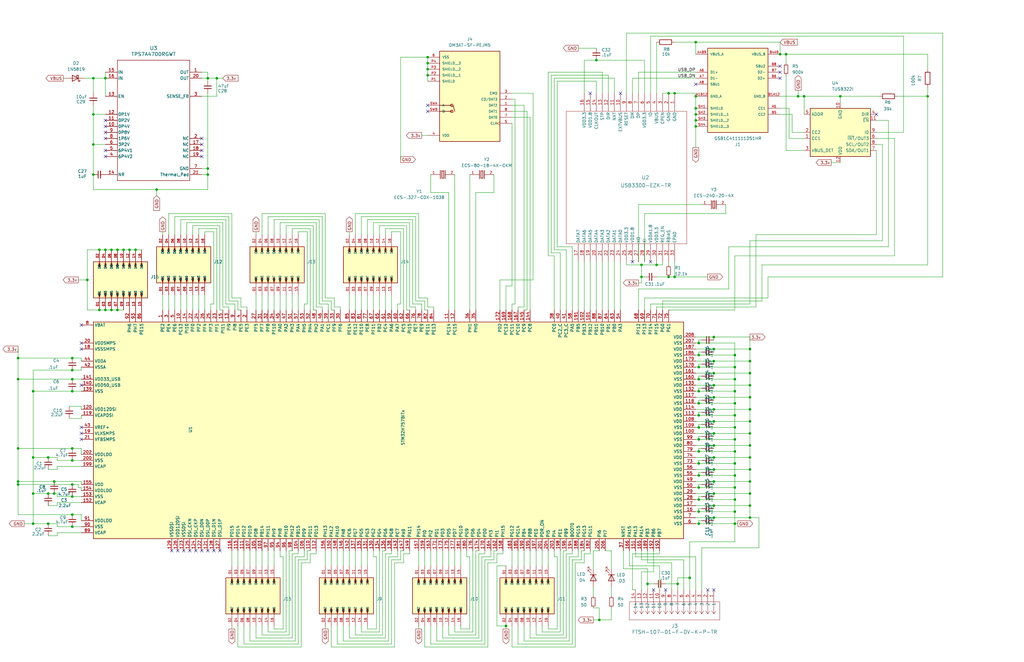
<source format=kicad_sch>
(kicad_sch (version 20250114) (generator "eeschema") (generator_version "9.0")
  (paper "B")
  (lib_symbols
    (symbol "10129381-916001BLF:10129381-916001BLF" (pin_names (offset 1.016))
      (property "Reference" "J" (at -8.12 12.7 0))
      (property "Value" "10129381-916001BLF" (at -7.62 -12.7 0))
      (symbol "10129381-916001BLF_0_0"
        (pin passive line (at -12.7 10.16 0) (length 5.08) (name "01") (number "01"))
        (pin passive line (at -12.7 7.62 0) (length 5.08) (name "03") (number "03"))
        (pin passive line (at -12.7 5.08 0) (length 5.08) (name "05") (number "05"))
        (pin passive line (at -12.7 2.54 0) (length 5.08) (name "07") (number "07"))
        (pin passive line (at -12.7 0 0) (length 5.08) (name "09") (number "09"))
        (pin passive line (at -12.7 -2.54 0) (length 5.08) (name "11") (number "11"))
        (pin passive line (at -12.7 -5.08 0) (length 5.08) (name "13") (number "13"))
        (pin passive line (at -12.7 -7.62 0) (length 5.08) (name "15") (number "15"))
        (pin passive line (at 12.7 10.16 180) (length 5.08) (name "02") (number "02"))
        (pin passive line (at 12.7 7.62 180) (length 5.08) (name "04") (number "04"))
        (pin passive line (at 12.7 5.08 180) (length 5.08) (name "06") (number "06"))
        (pin passive line (at 12.7 2.54 180) (length 5.08) (name "08") (number "08"))
        (pin passive line (at 12.7 0 180) (length 5.08) (name "10") (number "10"))
        (pin passive line (at 12.7 -2.54 180) (length 5.08) (name "12") (number "12"))
        (pin passive line (at 12.7 -5.08 180) (length 5.08) (name "14") (number "14"))
        (pin passive line (at 12.7 -7.62 180) (length 5.08) (name "16") (number "16"))
      )
    )
    (symbol "Device:C_Small" (pin_numbers (hide yes)) (pin_names (offset 0.254) (hide yes))
      (property "Reference" "C" (at 0.254 1.778 0))
      (property "Value" "C_Small" (at 0.254 -2.032 0))
      (symbol "C_Small_1_1"
        (pin passive line (at 0 2.54 270) (length 2.032) (name "~") (number "1"))
        (pin passive line (at 0 -2.54 90) (length 2.032) (name "~") (number "2"))
      )
    )
    (symbol "Device:LED" (pin_numbers (hide yes)) (pin_names (offset 1.016) (hide yes))
      (property "Reference" "D" (at 0 2.54 0))
      (property "Value" "LED" (at 0 -2.54 0))
      (symbol "LED_1_1"
        (pin passive line (at -3.81 0 0) (length 2.54) (name "K") (number "1"))
        (pin passive line (at 3.81 0 180) (length 2.54) (name "A") (number "2"))
      )
    )
    (symbol "Device:R" (pin_numbers (hide yes)) (pin_names (offset 0))
      (property "Reference" "R" (at 2.032 0 90))
      (property "Value" "R" (at 0 0 90))
      (symbol "R_1_1"
        (pin passive line (at 0 3.81 270) (length 1.27) (name "~") (number "1"))
        (pin passive line (at 0 -3.81 90) (length 1.27) (name "~") (number "2"))
      )
    )
    (symbol "Device:R_Small" (pin_numbers (hide yes)) (pin_names (offset 0.254) (hide yes))
      (property "Reference" "R" (at 0.762 0.508 0))
      (property "Value" "R_Small" (at 0.762 -1.016 0))
      (symbol "R_Small_1_1"
        (pin passive line (at 0 2.54 270) (length 0.762) (name "~") (number "1"))
        (pin passive line (at 0 -2.54 90) (length 0.762) (name "~") (number "2"))
      )
    )
    (symbol "Diode:1N5819" (pin_numbers (hide yes)) (pin_names (offset 1.016) (hide yes))
      (property "Reference" "D" (at 0 2.54 0))
      (property "Value" "1N5819" (at 0 -2.54 0))
      (symbol "1N5819_1_1"
        (pin passive line (at -3.81 0 0) (length 2.54) (name "K") (number "1"))
        (pin passive line (at 3.81 0 180) (length 2.54) (name "A") (number "2"))
      )
    )
    (symbol "Interface_USB:TUSB322I"
      (property "Reference" "U" (at -11.43 11.43 0))
      (property "Value" "TUSB322I" (at 7.62 11.43 0))
      (symbol "TUSB322I_1_1"
        (pin bidirectional line (at -15.24 7.62 0) (length 2.54) (name "SDA/OUT1") (number "7"))
        (pin bidirectional line (at -15.24 5.08 0) (length 2.54) (name "SCL/OUT2") (number "8"))
        (pin open_collector line (at -15.24 2.54 0) (length 2.54) (name "~{INT}/OUT3") (number "6"))
        (pin open_collector line (at -15.24 0 0) (length 2.54) (name "ID") (number "9"))
        (pin input line (at -15.24 -5.08 0) (length 2.54) (name "~{EN}") (number "11"))
        (pin open_collector line (at -15.24 -7.62 0) (length 2.54) (name "DIR") (number "4"))
        (pin power_in line (at 0 12.7 270) (length 2.54) (name "VDD") (number "12"))
        (pin power_in line (at 0 -12.7 90) (length 2.54) (name "GND") (number "10"))
        (pin input line (at 15.24 7.62 180) (length 2.54) (name "VBUS_DET") (number "3"))
        (pin bidirectional line (at 15.24 2.54 180) (length 2.54) (name "CC1") (number "1"))
        (pin bidirectional line (at 15.24 0 180) (length 2.54) (name "CC2") (number "2"))
        (pin input line (at 15.24 -7.62 180) (length 2.54) (name "ADDR") (number "5"))
      )
    )
    (symbol "MCU_ST_STM32H7:STM32H757BITx"
      (property "Reference" "U1" (at -1.016 96.266 0))
      (property "Value" "STM32H757BITx" (at -6.35 6.604 0))
      (symbol "STM32H757BITx_1_1"
        (pin power_in line (at -50.8 104.14 0) (length 5.08) (name "VSSDSI") (number "129"))
        (pin power_in line (at -50.8 101.6 0) (length 5.08) (name "VDD12DSI") (number "126"))
        (pin power_in line (at -50.8 99.06 0) (length 5.08) (name "VSSDSI") (number "123"))
        (pin bidirectional line (at -50.8 96.52 0) (length 5.08) (name "DSI_CKN") (number "125"))
        (pin bidirectional line (at -50.8 93.98 0) (length 5.08) (name "DSI_CKP") (number "124"))
        (pin bidirectional line (at -50.8 91.44 0) (length 5.08) (name "DSI_D0N") (number "122"))
        (pin bidirectional line (at -50.8 88.9 0) (length 5.08) (name "DSI_D0P") (number "121"))
        (pin bidirectional line (at -50.8 86.36 0) (length 5.08) (name "DSI_D1N") (number "128"))
        (pin bidirectional line (at -50.8 83.82 0) (length 5.08) (name "DSI_D1P") (number "127"))
        (pin bidirectional line (at -50.8 78.74 0) (length 5.08) (name "PD15") (number "116"))
        (pin bidirectional line (at -50.8 76.2 0) (length 5.08) (name "PD14") (number "115"))
        (pin bidirectional line (at -50.8 73.66 0) (length 5.08) (name "PD12") (number "111"))
        (pin bidirectional line (at -50.8 71.12 0) (length 5.08) (name "PD10") (number "107"))
        (pin bidirectional line (at -50.8 68.58 0) (length 5.08) (name "PD8") (number "105"))
        (pin bidirectional line (at -50.8 66.04 0) (length 5.08) (name "PB14") (number "103"))
        (pin bidirectional line (at -50.8 63.5 0) (length 5.08) (name "PH11") (number "97"))
        (pin bidirectional line (at -50.8 60.96 0) (length 5.08) (name "PH9") (number "95"))
        (pin bidirectional line (at -50.8 58.42 0) (length 5.08) (name "PH8") (number "94"))
        (pin bidirectional line (at -50.8 55.88 0) (length 5.08) (name "PH10") (number "96"))
        (pin bidirectional line (at -50.8 53.34 0) (length 5.08) (name "PH12") (number "98"))
        (pin bidirectional line (at -50.8 50.8 0) (length 5.08) (name "PB15") (number "104"))
        (pin bidirectional line (at -50.8 48.26 0) (length 5.08) (name "PD9") (number "106"))
        (pin bidirectional line (at -50.8 45.72 0) (length 5.08) (name "PD11") (number "110"))
        (pin bidirectional line (at -50.8 43.18 0) (length 5.08) (name "PD13") (number "112"))
        (pin bidirectional line (at -50.8 39.37 0) (length 5.08) (name "PH13") (number "156"))
        (pin bidirectional line (at -50.8 36.83 0) (length 5.08) (name "PA12") (number "150"))
        (pin bidirectional line (at -50.8 34.29 0) (length 5.08) (name "PA10") (number "148"))
        (pin bidirectional line (at -50.8 31.75 0) (length 5.08) (name "PA8") (number "146"))
        (pin bidirectional line (at -50.8 29.21 0) (length 5.08) (name "PC6") (number "142"))
        (pin bidirectional line (at -50.8 26.67 0) (length 5.08) (name "PG7") (number "137"))
        (pin bidirectional line (at -50.8 24.13 0) (length 5.08) (name "PG5") (number "135"))
        (pin bidirectional line (at -50.8 21.59 0) (length 5.08) (name "PG3") (number "131"))
        (pin bidirectional line (at -50.8 19.05 0) (length 5.08) (name "PG2") (number "130"))
        (pin bidirectional line (at -50.8 16.51 0) (length 5.08) (name "PG4") (number "134"))
        (pin bidirectional line (at -50.8 13.97 0) (length 5.08) (name "PG6") (number "136"))
        (pin bidirectional line (at -50.8 11.43 0) (length 5.08) (name "PG8") (number "138"))
        (pin bidirectional line (at -50.8 8.89 0) (length 5.08) (name "PC7") (number "143"))
        (pin bidirectional line (at -50.8 6.35 0) (length 5.08) (name "PA9") (number "147"))
        (pin bidirectional line (at -50.8 3.81 0) (length 5.08) (name "PA11") (number "149"))
        (pin bidirectional line (at -50.8 0 0) (length 5.08) (name "PH14") (number "157"))
        (pin bidirectional line (at -50.8 -2.54 0) (length 5.08) (name "PI0") (number "159"))
        (pin bidirectional line (at -50.8 -5.08 0) (length 5.08) (name "PI2") (number "163"))
        (pin bidirectional line (at -50.8 -7.62 0) (length 5.08) (name "PD1") (number "171"))
        (pin bidirectional line (at -50.8 -10.16 0) (length 5.08) (name "PD3") (number "173"))
        (pin bidirectional line (at -50.8 -12.7 0) (length 5.08) (name "PD5") (number "175"))
        (pin bidirectional line (at -50.8 -15.24 0) (length 5.08) (name "PD7") (number "177"))
        (pin bidirectional line (at -50.8 -17.78 0) (length 5.08) (name "PG10") (number "181"))
        (pin bidirectional line (at -50.8 -20.32 0) (length 5.08) (name "PG9") (number "180"))
        (pin bidirectional line (at -50.8 -22.86 0) (length 5.08) (name "PD6") (number "176"))
        (pin bidirectional line (at -50.8 -25.4 0) (length 5.08) (name "PD4") (number "174"))
        (pin bidirectional line (at -50.8 -27.94 0) (length 5.08) (name "PD0") (number "170"))
        (pin bidirectional line (at -50.8 -30.48 0) (length 5.08) (name "PI3") (number "164"))
        (pin bidirectional line (at -50.8 -33.02 0) (length 5.08) (name "PI1") (number "162"))
        (pin bidirectional line (at -50.8 -35.56 0) (length 5.08) (name "PH15") (number "158"))
        (pin bidirectional line (at -50.8 -39.37 0) (length 5.08) (name "PG12") (number "183"))
        (pin bidirectional line (at -50.8 -41.91 0) (length 5.08) (name "PG14") (number "185"))
        (pin bidirectional line (at -50.8 -44.45 0) (length 5.08) (name "PB4") (number "190"))
        (pin bidirectional line (at -50.8 -46.99 0) (length 5.08) (name "PB8") (number "195"))
        (pin bidirectional line (at -50.8 -49.53 0) (length 5.08) (name "PE0") (number "197"))
        (pin input line (at -50.8 -52.07 0) (length 5.08) (name "PDR_ON") (number "201"))
        (pin bidirectional line (at -50.8 -54.61 0) (length 5.08) (name "PI5") (number "204"))
        (pin bidirectional line (at -50.8 -57.15 0) (length 5.08) (name "PI4") (number "203"))
        (pin bidirectional line (at -50.8 -59.69 0) (length 5.08) (name "PE1") (number "198"))
        (pin bidirectional line (at -50.8 -62.23 0) (length 5.08) (name "PB9") (number "196"))
        (pin input line (at -50.8 -64.77 0) (length 5.08) (name "BOOT0") (number "194"))
        (pin bidirectional line (at -50.8 -67.31 0) (length 5.08) (name "PG15") (number "188"))
        (pin bidirectional line (at -50.8 -69.85 0) (length 5.08) (name "PG13") (number "184"))
        (pin bidirectional line (at -50.8 -72.39 0) (length 5.08) (name "PG11") (number "182"))
        (pin bidirectional line (at -50.8 -76.2 0) (length 5.08) (name "PI6") (number "205"))
        (pin bidirectional line (at -50.8 -78.74 0) (length 5.08) (name "PI7") (number "206"))
        (pin input line (at -50.8 -86.36 0) (length 5.08) (name "NRST") (number "37"))
        (pin bidirectional line (at -50.8 -88.9 0) (length 5.08) (name "PA15") (number "166"))
        (pin bidirectional line (at -50.8 -91.44 0) (length 5.08) (name "PA13") (number "151"))
        (pin bidirectional line (at -50.8 -93.98 0) (length 5.08) (name "PA14") (number "165"))
        (pin bidirectional line (at -50.8 -96.52 0) (length 5.08) (name "PB3") (number "189"))
        (pin bidirectional line (at -50.8 -99.06 0) (length 5.08) (name "PB6") (number "192"))
        (pin bidirectional line (at -50.8 -101.6 0) (length 5.08) (name "PB7") (number "193"))
        (pin power_out line (at -43.18 142.24 270) (length 5.08) (name "VCAP") (number "89"))
        (pin power_in line (at -40.64 142.24 270) (length 5.08) (name "VSS") (number "90"))
        (pin power_in line (at -39.37 -116.84 90) (length 5.08) (name "VSS") (number "6"))
        (pin power_in line (at -38.1 142.24 270) (length 5.08) (name "VDDLDO") (number "91"))
        (pin power_in line (at -36.83 -116.84 90) (length 5.08) (name "VDD") (number "7"))
        (pin power_in line (at -34.29 -116.84 90) (length 5.08) (name "VSS") (number "16"))
        (pin power_in line (at -31.75 -116.84 90) (length 5.08) (name "VDD") (number "17"))
        (pin power_out line (at -30.48 142.24 270) (length 5.08) (name "VCAP") (number "152"))
        (pin power_in line (at -29.21 -116.84 90) (length 5.08) (name "VSS") (number "28"))
        (pin power_in line (at -27.94 142.24 270) (length 5.08) (name "VSS") (number "153"))
        (pin power_in line (at -26.67 -116.84 90) (length 5.08) (name "VDD") (number "29"))
        (pin power_in line (at -25.4 142.24 270) (length 5.08) (name "VDDLDO") (number "154"))
        (pin power_in line (at -24.13 -116.84 90) (length 5.08) (name "VSS") (number "50"))
        (pin power_in line (at -22.86 142.24 270) (length 5.08) (name "VDD") (number "155"))
        (pin power_in line (at -21.59 -116.84 90) (length 5.08) (name "VDD") (number "49"))
        (pin power_in line (at -19.05 -116.84 90) (length 5.08) (name "VSS") (number "55"))
        (pin power_in line (at -16.51 -116.84 90) (length 5.08) (name "VDD") (number "56"))
        (pin power_out line (at -15.24 142.24 270) (length 5.08) (name "VCAP") (number "199"))
        (pin power_in line (at -13.97 -116.84 90) (length 5.08) (name "VSS") (number "73"))
        (pin power_in line (at -12.7 142.24 270) (length 5.08) (name "VSS") (number "200"))
        (pin power_in line (at -11.43 -116.84 90) (length 5.08) (name "VDD") (number "74"))
        (pin power_in line (at -10.16 142.24 270) (length 5.08) (name "VDDLDO") (number "202"))
        (pin power_in line (at -8.89 -116.84 90) (length 5.08) (name "VSS") (number "79"))
        (pin power_in line (at -6.35 -116.84 90) (length 5.08) (name "VDD") (number "80"))
        (pin input line (at -3.81 142.24 270) (length 5.08) (name "VFBSMPS") (number "21"))
        (pin power_in line (at -3.81 -116.84 90) (length 5.08) (name "VSS") (number "99"))
        (pin power_in line (at -1.27 142.24 270) (length 5.08) (name "VLXSMPS") (number "19"))
        (pin power_in line (at -1.27 -116.84 90) (length 5.08) (name "VDD") (number "100"))
        (pin input line (at 1.27 142.24 270) (length 5.08) (name "VREF+") (number "43"))
        (pin power_in line (at 1.27 -116.84 90) (length 5.08) (name "VSS") (number "109"))
        (pin power_in line (at 3.81 -116.84 90) (length 5.08) (name "VDD") (number "108"))
        (pin power_out line (at 6.35 142.24 270) (length 5.08) (name "VCAPDSI") (number "119"))
        (pin power_in line (at 6.35 -116.84 90) (length 5.08) (name "VSS") (number "113"))
        (pin power_in line (at 8.89 142.24 270) (length 5.08) (name "VDD12DSI") (number "120"))
        (pin power_in line (at 8.89 -116.84 90) (length 5.08) (name "VDD") (number "114"))
        (pin power_in line (at 11.43 -116.84 90) (length 5.08) (name "VSS") (number "118"))
        (pin power_in line (at 13.97 -116.84 90) (length 5.08) (name "VDD") (number "117"))
        (pin power_in line (at 16.51 142.24 270) (length 5.08) (name "VSS") (number "139"))
        (pin power_in line (at 16.51 -116.84 90) (length 5.08) (name "VSS") (number "132"))
        (pin power_in line (at 19.05 142.24 270) (length 5.08) (name "VDD50_USB") (number "140"))
        (pin power_in line (at 19.05 -116.84 90) (length 5.08) (name "VDD") (number "133"))
        (pin power_in line (at 21.59 142.24 270) (length 5.08) (name "VDD33_USB") (number "141"))
        (pin power_in line (at 21.59 -116.84 90) (length 5.08) (name "VSS") (number "160"))
        (pin power_in line (at 24.13 -116.84 90) (length 5.08) (name "VDD") (number "161"))
        (pin power_in line (at 26.67 142.24 270) (length 5.08) (name "VSSA") (number "42"))
        (pin power_in line (at 26.67 -116.84 90) (length 5.08) (name "VSS") (number "178"))
        (pin power_in line (at 29.21 142.24 270) (length 5.08) (name "VDDA") (number "44"))
        (pin power_in line (at 29.21 -116.84 90) (length 5.08) (name "VDD") (number "179"))
        (pin power_in line (at 31.75 -116.84 90) (length 5.08) (name "VSS") (number "186"))
        (pin power_in line (at 34.29 142.24 270) (length 5.08) (name "VSSSMPS") (number "18"))
        (pin power_in line (at 34.29 -116.84 90) (length 5.08) (name "VDD") (number "187"))
        (pin power_in line (at 36.83 142.24 270) (length 5.08) (name "VDDSMPS") (number "20"))
        (pin power_in line (at 36.83 -116.84 90) (length 5.08) (name "VSS") (number "207"))
        (pin power_in line (at 39.37 -116.84 90) (length 5.08) (name "VDD") (number "208"))
        (pin power_in line (at 44.45 142.24 270) (length 5.08) (name "VBAT") (number "8"))
        (pin bidirectional line (at 50.8 121.92 180) (length 5.08) (name "PH6") (number "92"))
        (pin bidirectional line (at 50.8 119.38 180) (length 5.08) (name "PH7") (number "93"))
        (pin bidirectional line (at 50.8 116.84 180) (length 5.08) (name "PE15") (number "86"))
        (pin bidirectional line (at 50.8 107.95 180) (length 5.08) (name "PE2") (number "1"))
        (pin bidirectional line (at 50.8 105.41 180) (length 5.08) (name "PE4") (number "3"))
        (pin bidirectional line (at 50.8 102.87 180) (length 5.08) (name "PE6") (number "5"))
        (pin bidirectional line (at 50.8 100.33 180) (length 5.08) (name "PC13") (number "10"))
        (pin bidirectional line (at 50.8 97.79 180) (length 5.08) (name "PI10") (number "14"))
        (pin bidirectional line (at 50.8 95.25 180) (length 5.08) (name "PF0") (number "22"))
        (pin bidirectional line (at 50.8 92.71 180) (length 5.08) (name "PF2") (number "24"))
        (pin bidirectional line (at 50.8 90.17 180) (length 5.08) (name "PF4") (number "26"))
        (pin bidirectional line (at 50.8 87.63 180) (length 5.08) (name "PF3") (number "25"))
        (pin bidirectional line (at 50.8 85.09 180) (length 5.08) (name "PF1") (number "23"))
        (pin bidirectional line (at 50.8 82.55 180) (length 5.08) (name "PI11") (number "15"))
        (pin bidirectional line (at 50.8 80.01 180) (length 5.08) (name "PI9") (number "13"))
        (pin bidirectional line (at 50.8 77.47 180) (length 5.08) (name "PI8") (number "9"))
        (pin bidirectional line (at 50.8 74.93 180) (length 5.08) (name "PE5") (number "4"))
        (pin bidirectional line (at 50.8 72.39 180) (length 5.08) (name "PE3") (number "2"))
        (pin bidirectional line (at 50.8 68.58 180) (length 5.08) (name "PF5") (number "27"))
        (pin bidirectional line (at 50.8 66.04 180) (length 5.08) (name "PF7") (number "31"))
        (pin bidirectional line (at 50.8 63.5 180) (length 5.08) (name "PF8") (number "32"))
        (pin bidirectional line (at 50.8 60.96 180) (length 5.08) (name "PF10") (number "34"))
        (pin bidirectional line (at 50.8 58.42 180) (length 5.08) (name "PA0") (number "45"))
        (pin bidirectional line (at 50.8 55.88 180) (length 5.08) (name "PA2") (number "47"))
        (pin bidirectional line (at 50.8 53.34 180) (length 5.08) (name "PH3") (number "51"))
        (pin bidirectional line (at 50.8 50.8 180) (length 5.08) (name "PA4") (number "57"))
        (pin bidirectional line (at 50.8 48.26 180) (length 5.08) (name "PH5") (number "53"))
        (pin bidirectional line (at 50.8 45.72 180) (length 5.08) (name "PH4") (number "52"))
        (pin bidirectional line (at 50.8 43.18 180) (length 5.08) (name "PH2") (number "48"))
        (pin bidirectional line (at 50.8 40.64 180) (length 5.08) (name "PA1") (number "46"))
        (pin bidirectional line (at 50.8 38.1 180) (length 5.08) (name "PC1") (number "39"))
        (pin bidirectional line (at 50.8 35.56 180) (length 5.08) (name "PF9") (number "33"))
        (pin bidirectional line (at 50.8 33.02 180) (length 5.08) (name "PF6") (number "30"))
        (pin bidirectional line (at 50.8 29.21 180) (length 5.08) (name "PE14") (number "85"))
        (pin bidirectional line (at 50.8 26.67 180) (length 5.08) (name "PE12") (number "83"))
        (pin bidirectional line (at 50.8 24.13 180) (length 5.08) (name "PE10") (number "81"))
        (pin bidirectional line (at 50.8 21.59 180) (length 5.08) (name "PE8") (number "77"))
        (pin bidirectional line (at 50.8 19.05 180) (length 5.08) (name "PF11") (number "67"))
        (pin bidirectional line (at 50.8 16.51 180) (length 5.08) (name "PB2") (number "65"))
        (pin bidirectional line (at 50.8 13.97 180) (length 5.08) (name "PC4") (number "61"))
        (pin bidirectional line (at 50.8 11.43 180) (length 5.08) (name "PA6") (number "59"))
        (pin bidirectional line (at 50.8 8.89 180) (length 5.08) (name "PA7") (number "60"))
        (pin bidirectional line (at 50.8 6.35 180) (length 5.08) (name "PC5") (number "62"))
        (pin bidirectional line (at 50.8 3.81 180) (length 5.08) (name "PI15") (number "66"))
        (pin bidirectional line (at 50.8 1.27 180) (length 5.08) (name "PE7") (number "76"))
        (pin bidirectional line (at 50.8 -1.27 180) (length 5.08) (name "PE9") (number "78"))
        (pin bidirectional line (at 50.8 -3.81 180) (length 5.08) (name "PE11") (number "82"))
        (pin bidirectional line (at 50.8 -6.35 180) (length 5.08) (name "PE13") (number "84"))
        (pin bidirectional line (at 50.8 -12.7 180) (length 5.08) (name "PC14") (number "11"))
        (pin bidirectional line (at 50.8 -15.24 180) (length 5.08) (name "PC15") (number "12"))
        (pin bidirectional line (at 50.8 -21.59 180) (length 5.08) (name "PH1") (number "36"))
        (pin bidirectional line (at 50.8 -24.13 180) (length 5.08) (name "PH0") (number "35"))
        (pin bidirectional line (at 50.8 -34.29 180) (length 5.08) (name "PD2") (number "172"))
        (pin bidirectional line (at 50.8 -36.83 180) (length 5.08) (name "PC12") (number "169"))
        (pin bidirectional line (at 50.8 -39.37 180) (length 5.08) (name "PC11") (number "168"))
        (pin bidirectional line (at 50.8 -41.91 180) (length 5.08) (name "PC10") (number "167"))
        (pin bidirectional line (at 50.8 -44.45 180) (length 5.08) (name "PC9") (number "145"))
        (pin bidirectional line (at 50.8 -46.99 180) (length 5.08) (name "PC8") (number "144"))
        (pin bidirectional line (at 50.8 -57.15 180) (length 5.08) (name "PC0") (number "38"))
        (pin bidirectional line (at 50.8 -59.69 180) (length 5.08) (name "PC2_C") (number "40"))
        (pin bidirectional line (at 50.8 -62.23 180) (length 5.08) (name "PC3_C") (number "41"))
        (pin bidirectional line (at 50.8 -64.77 180) (length 5.08) (name "PA5") (number "58"))
        (pin bidirectional line (at 50.8 -67.31 180) (length 5.08) (name "PB5") (number "191"))
        (pin bidirectional line (at 50.8 -69.85 180) (length 5.08) (name "PB13") (number "102"))
        (pin bidirectional line (at 50.8 -72.39 180) (length 5.08) (name "PB12") (number "101"))
        (pin bidirectional line (at 50.8 -74.93 180) (length 5.08) (name "PB11") (number "88"))
        (pin bidirectional line (at 50.8 -77.47 180) (length 5.08) (name "PB10") (number "87"))
        (pin bidirectional line (at 50.8 -80.01 180) (length 5.08) (name "PB1") (number "64"))
        (pin bidirectional line (at 50.8 -82.55 180) (length 5.08) (name "PB0") (number "63"))
        (pin bidirectional line (at 50.8 -85.09 180) (length 5.08) (name "PA3") (number "54"))
        (pin bidirectional line (at 50.8 -92.71 180) (length 5.08) (name "PF12") (number "68"))
        (pin bidirectional line (at 50.8 -95.25 180) (length 5.08) (name "PF13") (number "69"))
        (pin bidirectional line (at 50.8 -97.79 180) (length 5.08) (name "PF14") (number "70"))
        (pin bidirectional line (at 50.8 -100.33 180) (length 5.08) (name "PF15") (number "71"))
        (pin bidirectional line (at 50.8 -102.87 180) (length 5.08) (name "PG0") (number "72"))
        (pin bidirectional line (at 50.8 -105.41 180) (length 5.08) (name "PG1") (number "75"))
      )
    )
    (symbol "Snapeda:DM3AT-SF-PEJM5" (pin_names (offset 1.016))
      (property "Reference" "J4" (at 0.762 25.146 0))
      (property "Value" "DM3AT-SF-PEJM5" (at 0.762 22.606 0))
      (symbol "DM3AT-SF-PEJM5_0_0"
        (pin bidirectional clock (at -15.24 12.7 0) (length 5.08) (name "CLK") (number "5"))
        (pin bidirectional line (at -15.24 10.16 0) (length 5.08) (name "DAT0") (number "7"))
        (pin bidirectional line (at -15.24 7.62 0) (length 5.08) (name "DAT1") (number "8"))
        (pin bidirectional line (at -15.24 5.08 0) (length 5.08) (name "DAT2") (number "1"))
        (pin bidirectional line (at -15.24 2.54 0) (length 5.08) (name "CD/DAT3") (number "2"))
        (pin bidirectional line (at -15.24 0 0) (length 5.08) (name "CMD") (number "3"))
        (pin power_in line (at 20.32 17.78 180) (length 5.08) (name "VDD") (number "4"))
        (pin bidirectional line (at 20.32 7.62 180) (length 5.08) (name "B") (number "SWB"))
        (pin bidirectional line (at 20.32 5.08 180) (length 5.08) (name "A") (number "SWA"))
        (pin passive line (at 20.32 -5.08 180) (length 5.08) (name "SHIELD") (number "P1"))
        (pin passive line (at 20.32 -7.62 180) (length 5.08) (name "SHIELD__1") (number "P2"))
        (pin passive line (at 20.32 -10.16 180) (length 5.08) (name "SHIELD__2") (number "P3"))
        (pin passive line (at 20.32 -12.7 180) (length 5.08) (name "SHIELD__3") (number "P4"))
        (pin power_in line (at 20.32 -15.24 180) (length 5.08) (name "VSS") (number "6"))
      )
    )
    (symbol "Snapeda:ECS-.327-CDX-1038" (pin_names (offset 1.016))
      (property "Reference" "Y" (at -5.0933 2.5467 0))
      (property "Value" "ECS-.327-CDX-1038" (at -5.0901 -4.8356 0))
      (symbol "ECS-.327-CDX-1038_0_0"
        (pin passive line (at -5.08 0 0) (length 2.54) (name "~") (number "1"))
        (pin passive line (at 5.08 0 180) (length 2.54) (name "~") (number "2"))
      )
    )
    (symbol "Snapeda:ECS-240-20-4X" (pin_names (offset 1.016))
      (property "Reference" "Y" (at -4.5769 2.2885 0))
      (property "Value" "ECS-240-20-4X" (at -4.323 -4.5773 0))
      (symbol "ECS-240-20-4X_0_0"
        (pin passive line (at -5.08 0 0) (length 2.54) (name "~") (number "1"))
        (pin passive line (at 5.08 0 180) (length 2.54) (name "~") (number "2"))
      )
    )
    (symbol "Snapeda:ECS-80-18-4X-CKM" (pin_names (offset 1.016))
      (property "Reference" "Y" (at -4.5769 2.2885 0))
      (property "Value" "ECS-80-18-4X-CKM" (at -4.323 -4.5773 0))
      (symbol "ECS-80-18-4X-CKM_0_0"
        (pin passive line (at -5.08 0 0) (length 2.54) (name "~") (number "1"))
        (pin passive line (at 5.08 0 180) (length 2.54) (name "~") (number "2"))
      )
    )
    (symbol "Snapeda:FTSH-107-01-F-DV-K-P-TR" (pin_names (offset 0.254))
      (property "Reference" "J" (at 8.89 6.35 0))
      (property "Value" "FTSH-107-01-F-DV-K-P-TR" (at 0 0 0))
      (symbol "FTSH-107-01-F-DV-K-P-TR_1_1"
        (pin unspecified line (at 0 0 0) (length 5.08) (name "1") (number "1"))
        (pin unspecified line (at 0 -2.54 0) (length 5.08) (name "2") (number "2"))
        (pin unspecified line (at 0 -5.08 0) (length 5.08) (name "3") (number "3"))
        (pin unspecified line (at 0 -7.62 0) (length 5.08) (name "4") (number "4"))
        (pin unspecified line (at 0 -10.16 0) (length 5.08) (name "5") (number "5"))
        (pin unspecified line (at 0 -12.7 0) (length 5.08) (name "6") (number "6"))
        (pin unspecified line (at 0 -15.24 0) (length 5.08) (name "7") (number "7"))
        (pin unspecified line (at 0 -17.78 0) (length 5.08) (name "8") (number "8"))
        (pin unspecified line (at 0 -20.32 0) (length 5.08) (name "9") (number "9"))
        (pin unspecified line (at 0 -22.86 0) (length 5.08) (name "10") (number "10"))
        (pin unspecified line (at 0 -25.4 0) (length 5.08) (name "11") (number "11"))
        (pin unspecified line (at 0 -27.94 0) (length 5.08) (name "12") (number "12"))
        (pin unspecified line (at 0 -30.48 0) (length 5.08) (name "13") (number "13"))
        (pin unspecified line (at 0 -33.02 0) (length 5.08) (name "14") (number "14"))
      )
      (symbol "FTSH-107-01-F-DV-K-P-TR_1_2"
        (pin unspecified line (at 0 0 0) (length 5.08) (name "1") (number "1"))
        (pin unspecified line (at 0 -2.54 0) (length 5.08) (name "2") (number "2"))
        (pin unspecified line (at 0 -5.08 0) (length 5.08) (name "3") (number "3"))
        (pin unspecified line (at 0 -7.62 0) (length 5.08) (name "4") (number "4"))
        (pin unspecified line (at 0 -10.16 0) (length 5.08) (name "5") (number "5"))
        (pin unspecified line (at 0 -12.7 0) (length 5.08) (name "6") (number "6"))
        (pin unspecified line (at 0 -15.24 0) (length 5.08) (name "7") (number "7"))
        (pin unspecified line (at 0 -17.78 0) (length 5.08) (name "8") (number "8"))
        (pin unspecified line (at 0 -20.32 0) (length 5.08) (name "9") (number "9"))
        (pin unspecified line (at 0 -22.86 0) (length 5.08) (name "10") (number "10"))
        (pin unspecified line (at 0 -25.4 0) (length 5.08) (name "11") (number "11"))
        (pin unspecified line (at 0 -27.94 0) (length 5.08) (name "12") (number "12"))
        (pin unspecified line (at 0 -30.48 0) (length 5.08) (name "13") (number "13"))
        (pin unspecified line (at 0 -33.02 0) (length 5.08) (name "14") (number "14"))
      )
    )
    (symbol "Snapeda:GSB1C411111DS1HR" (pin_names (offset 1.016))
      (property "Reference" "J1" (at 0 -27.94 0))
      (property "Value" "GSB1C411111DS1HR" (at 0 -25.4 0))
      (symbol "GSB1C411111DS1HR_0_0"
        (pin power_in line (at -17.78 10.16 0) (length 5.08) (name "VBUS_A") (number "A4B9"))
        (pin bidirectional line (at -17.78 2.54 0) (length 5.08) (name "D1+") (number "A6"))
        (pin bidirectional line (at -17.78 0 0) (length 5.08) (name "D1-") (number "A7"))
        (pin bidirectional line (at -17.78 -2.54 0) (length 5.08) (name "SBU1") (number "A8"))
        (pin power_in line (at -17.78 -7.62 0) (length 5.08) (name "GND_A") (number "A1B12"))
        (pin passive line (at -17.78 -12.7 0) (length 5.08) (name "SHIELD") (number "SH1"))
        (pin passive line (at -17.78 -15.24 0) (length 5.08) (name "SHIELD__1") (number "SH2"))
        (pin passive line (at -17.78 -17.78 0) (length 5.08) (name "SHIELD__2") (number "SH3"))
        (pin passive line (at -17.78 -20.32 0) (length 5.08) (name "SHIELD__3") (number "SH4"))
        (pin power_in line (at 17.78 10.16 180) (length 5.08) (name "VBUS_B") (number "B4A9"))
        (pin bidirectional line (at 17.78 5.08 180) (length 5.08) (name "SBU2") (number "B8"))
        (pin bidirectional line (at 17.78 2.54 180) (length 5.08) (name "D2-") (number "B7"))
        (pin bidirectional line (at 17.78 0 180) (length 5.08) (name "D2+") (number "B6"))
        (pin power_in line (at 17.78 -7.62 180) (length 5.08) (name "GND_B") (number "B1A12"))
        (pin bidirectional line (at 17.78 -12.7 180) (length 5.08) (name "CC1") (number "A5"))
        (pin bidirectional line (at 17.78 -15.24 180) (length 5.08) (name "CC2") (number "B5"))
      )
    )
    (symbol "Snapeda:TPS7A4700RGWT" (pin_names (offset 0.254))
      (property "Reference" "U" (at 0 2.54 0))
      (property "Value" "TPS7A4700RGWT" (at 0 0 0))
      (symbol "TPS7A4700RGWT_0_1"
        (pin power_in line (at 0 0 0) (length 5.08) (name "IN") (number "15"))
        (pin power_in line (at 0 -2.54 0) (length 5.08) (name "IN") (number "16"))
        (pin input line (at 0 -10.16 0) (length 5.08) (name "EN") (number "13"))
        (pin unspecified line (at 0 -17.78 0) (length 5.08) (name "0P1V") (number "12"))
        (pin unspecified line (at 0 -20.32 0) (length 5.08) (name "0P2V") (number "11"))
        (pin unspecified line (at 0 -22.86 0) (length 5.08) (name "0P4V") (number "10"))
        (pin unspecified line (at 0 -25.4 0) (length 5.08) (name "0P8V") (number "9"))
        (pin unspecified line (at 0 -27.94 0) (length 5.08) (name "1P6V") (number "8"))
        (pin unspecified line (at 0 -30.48 0) (length 5.08) (name "3P2V") (number "6"))
        (pin unspecified line (at 0 -33.02 0) (length 5.08) (name "6P4V1") (number "5"))
        (pin unspecified line (at 0 -35.56 0) (length 5.08) (name "6P4V2") (number "4"))
        (pin unspecified line (at 0 -43.18 0) (length 5.08) (name "NR") (number "14"))
        (pin power_in line (at 40.64 0 180) (length 5.08) (name "OUT") (number "1"))
        (pin power_in line (at 40.64 -2.54 180) (length 5.08) (name "OUT") (number "20"))
        (pin unspecified line (at 40.64 -10.16 180) (length 5.08) (name "SENSE_FB") (number "3"))
        (pin unspecified line (at 40.64 -27.94 180) (length 5.08) (name "NC") (number "2"))
        (pin unspecified line (at 40.64 -30.48 180) (length 5.08) (name "NC") (number "17"))
        (pin unspecified line (at 40.64 -33.02 180) (length 5.08) (name "NC") (number "18"))
        (pin unspecified line (at 40.64 -35.56 180) (length 5.08) (name "NC") (number "19"))
        (pin power_in line (at 40.64 -40.64 180) (length 5.08) (name "GND") (number "7"))
        (pin power_in line (at 40.64 -43.18 180) (length 5.08) (name "Thermal_Pad") (number "21"))
      )
    )
    (symbol "Snapeda:USB3300-EZK-TR" (pin_names (offset 0.254))
      (property "Reference" "U" (at 35.56 10.16 0))
      (property "Value" "USB3300-EZK-TR" (at 35.56 7.62 0))
      (symbol "USB3300-EZK-TR_0_1"
        (pin power_in line (at 0 0 0) (length 7.62) (name "GND") (number "1"))
        (pin power_in line (at 0 -2.54 0) (length 7.62) (name "GND") (number "2"))
        (pin output line (at 0 -5.08 0) (length 7.62) (name "CPEN") (number "3"))
        (pin bidirectional line (at 0 -7.62 0) (length 7.62) (name "VBUS") (number "4"))
        (pin input line (at 0 -10.16 0) (length 7.62) (name "ID") (number "5"))
        (pin power_in line (at 0 -12.7 0) (length 7.62) (name "VDD3.3") (number "6"))
        (pin bidirectional line (at 0 -15.24 0) (length 7.62) (name "DP") (number "7"))
        (pin bidirectional line (at 0 -17.78 0) (length 7.62) (name "DM") (number "8"))
        (pin input line (at 0 -20.32 0) (length 7.62) (name "RESET") (number "9"))
        (pin input line (at 0 -22.86 0) (length 7.62) (name "EXTVBUS") (number "10"))
        (pin output line (at 0 -25.4 0) (length 7.62) (name "NXT") (number "11"))
        (pin output line (at 0 -27.94 0) (length 7.62) (name "DIR") (number "12"))
        (pin input line (at 0 -30.48 0) (length 7.62) (name "STP") (number "13"))
        (pin output line (at 0 -33.02 0) (length 7.62) (name "CLKOUT") (number "14"))
        (pin power_in line (at 0 -35.56 0) (length 7.62) (name "VDD1.8") (number "15"))
        (pin power_in line (at 0 -38.1 0) (length 7.62) (name "VDD3.3") (number "16"))
        (pin unspecified line (at 71.12 0 180) (length 7.62) (name "EPAD") (number "33"))
        (pin unspecified line (at 71.12 -2.54 180) (length 7.62) (name "RBIAS") (number "32"))
        (pin bidirectional line (at 71.12 -5.08 180) (length 7.62) (name "REG_EN") (number "31"))
        (pin power_in line (at 71.12 -7.62 180) (length 7.62) (name "VDD3.3") (number "30"))
        (pin power_in line (at 71.12 -10.16 180) (length 7.62) (name "VDDA1.8") (number "29"))
        (pin input line (at 71.12 -12.7 180) (length 7.62) (name "XI") (number "28"))
        (pin output line (at 71.12 -15.24 180) (length 7.62) (name "XO") (number "27"))
        (pin power_in line (at 71.12 -17.78 180) (length 7.62) (name "VDD1.8") (number "26"))
        (pin power_in line (at 71.12 -20.32 180) (length 7.62) (name "VDD3.3") (number "25"))
        (pin bidirectional line (at 71.12 -22.86 180) (length 7.62) (name "DATA0") (number "24"))
        (pin bidirectional line (at 71.12 -25.4 180) (length 7.62) (name "DATA1") (number "23"))
        (pin bidirectional line (at 71.12 -27.94 180) (length 7.62) (name "DATA2") (number "22"))
        (pin bidirectional line (at 71.12 -30.48 180) (length 7.62) (name "DATA3") (number "21"))
        (pin bidirectional line (at 71.12 -33.02 180) (length 7.62) (name "DATA4") (number "20"))
        (pin bidirectional line (at 71.12 -35.56 180) (length 7.62) (name "DATA5") (number "19"))
        (pin bidirectional line (at 71.12 -38.1 180) (length 7.62) (name "DATA6") (number "18"))
        (pin bidirectional line (at 71.12 -40.64 180) (length 7.62) (name "DATA7") (number "17"))
      )
    )
  )
  (junction (at 13.97 165.1))
  (junction (at 44.45 33.02))
  (junction (at 300.99 152.4))
  (junction (at 300.99 213.36))
  (junction (at 13.97 220.98))
  (junction (at 46.99 130.81))
  (junction (at 316.23 162.56))
  (junction (at 46.99 105.41))
  (junction (at 39.37 60.96))
  (junction (at 309.88 154.94))
  (junction (at 87.63 33.02))
  (junction (at 49.53 105.41))
  (junction (at 300.99 167.64))
  (junction (at 294.64 154.94))
  (junction (at 54.61 105.41))
  (junction (at 309.88 220.98))
  (junction (at 294.64 220.98))
  (junction (at 44.45 105.41))
  (junction (at 294.64 200.66))
  (junction (at 290.83 243.84))
  (junction (at 294.64 170.18))
  (junction (at 294.64 215.9))
  (junction (at 316.23 167.64))
  (junction (at 309.88 165.1))
  (junction (at 293.37 48.26))
  (junction (at 39.37 73.66))
  (junction (at 316.23 218.44))
  (junction (at 294.64 190.5))
  (junction (at 309.88 185.42))
  (junction (at 309.88 160.02))
  (junction (at 30.48 189.23))
  (junction (at 281.94 39.37))
  (junction (at 13.97 208.28))
  (junction (at 284.48 116.84))
  (junction (at 41.91 130.81))
  (junction (at 41.91 105.41))
  (junction (at 331.47 22.86))
  (junction (at 300.99 198.12))
  (junction (at 30.48 165.1))
  (junction (at 7.62 151.13))
  (junction (at 251.46 25.4))
  (junction (at 30.48 204.47))
  (junction (at 276.86 111.76))
  (junction (at 300.99 218.44))
  (junction (at 30.48 209.55))
  (junction (at 300.99 182.88))
  (junction (at 300.99 193.04))
  (junction (at 294.64 210.82))
  (junction (at 294.64 144.78))
  (junction (at 7.62 160.02))
  (junction (at 309.88 190.5))
  (junction (at 316.23 213.36))
  (junction (at 300.99 162.56))
  (junction (at 180.34 29.21))
  (junction (at 7.62 203.2))
  (junction (at 52.07 105.41))
  (junction (at 22.86 203.2))
  (junction (at 36.83 118.11))
  (junction (at 391.16 40.64))
  (junction (at 293.37 40.64))
  (junction (at 180.34 31.75))
  (junction (at 284.48 39.37))
  (junction (at 300.99 172.72))
  (junction (at 270.51 116.84))
  (junction (at 309.88 149.86))
  (junction (at 270.51 111.76))
  (junction (at 316.23 182.88))
  (junction (at 316.23 187.96))
  (junction (at 22.86 208.28))
  (junction (at 281.94 116.84))
  (junction (at 294.64 149.86))
  (junction (at 30.48 222.25))
  (junction (at 13.97 193.04))
  (junction (at 339.09 40.64))
  (junction (at 309.88 180.34))
  (junction (at 285.75 246.38))
  (junction (at 316.23 157.48))
  (junction (at 309.88 205.74))
  (junction (at 180.34 26.67))
  (junction (at 293.37 45.72))
  (junction (at 87.63 73.66))
  (junction (at 328.93 22.86))
  (junction (at 7.62 204.47))
  (junction (at 7.62 189.23))
  (junction (at 300.99 208.28))
  (junction (at 91.44 33.02))
  (junction (at 20.32 193.04))
  (junction (at 294.64 195.58))
  (junction (at 30.48 217.17))
  (junction (at 49.53 130.81))
  (junction (at 20.32 208.28))
  (junction (at 294.64 185.42))
  (junction (at 300.99 147.32))
  (junction (at 300.99 177.8))
  (junction (at 316.23 203.2))
  (junction (at 293.37 50.8))
  (junction (at 316.23 172.72))
  (junction (at 316.23 208.28))
  (junction (at 294.64 160.02))
  (junction (at 273.05 246.38))
  (junction (at 20.32 220.98))
  (junction (at 309.88 195.58))
  (junction (at 180.34 24.13))
  (junction (at 294.64 165.1))
  (junction (at 309.88 200.66))
  (junction (at 30.48 151.13))
  (junction (at 57.15 105.41))
  (junction (at 309.88 210.82))
  (junction (at 252.73 261.62))
  (junction (at 300.99 142.24))
  (junction (at 309.88 175.26))
  (junction (at 293.37 53.34))
  (junction (at 44.45 130.81))
  (junction (at 316.23 177.8))
  (junction (at 30.48 194.31))
  (junction (at 300.99 157.48))
  (junction (at 39.37 33.02))
  (junction (at 30.48 160.02))
  (junction (at 39.37 48.26))
  (junction (at 300.99 203.2))
  (junction (at 354.33 40.64))
  (junction (at 316.23 198.12))
  (junction (at 300.99 187.96))
  (junction (at 294.64 175.26))
  (junction (at 66.04 80.01))
  (junction (at 87.63 71.12))
  (junction (at 309.88 170.18))
  (junction (at 213.36 264.16))
  (junction (at 309.88 215.9))
  (junction (at 30.48 156.21))
  (junction (at 336.55 40.64))
  (junction (at 316.23 193.04))
  (junction (at 294.64 180.34))
  (junction (at 316.23 147.32))
  (junction (at 294.64 205.74))
  (junction (at 316.23 152.4))
  (junction (at 293.37 17.78))
  (no_connect (at 274.32 110.49))
  (no_connect (at 90.17 232.41))
  (no_connect (at 85.09 58.42))
  (no_connect (at 34.29 144.78))
  (no_connect (at 44.45 66.04))
  (no_connect (at 34.29 185.42))
  (no_connect (at 44.45 58.42))
  (no_connect (at 300.99 248.92))
  (no_connect (at 34.29 182.88))
  (no_connect (at 92.71 232.41))
  (no_connect (at 328.93 30.48))
  (no_connect (at 72.39 232.41))
  (no_connect (at 87.63 232.41))
  (no_connect (at 275.59 248.92))
  (no_connect (at 369.57 48.26))
  (no_connect (at 298.45 248.92))
  (no_connect (at 34.29 137.16))
  (no_connect (at 77.47 232.41))
  (no_connect (at 44.45 63.5))
  (no_connect (at 266.7 110.49))
  (no_connect (at 85.09 60.96))
  (no_connect (at 280.67 248.92))
  (no_connect (at 85.09 232.41))
  (no_connect (at 34.29 147.32))
  (no_connect (at 80.01 232.41))
  (no_connect (at 85.09 63.5))
  (no_connect (at 44.45 53.34))
  (no_connect (at 328.93 33.02))
  (no_connect (at 180.34 46.99))
  (no_connect (at 82.55 232.41))
  (no_connect (at 74.93 232.41))
  (no_connect (at 34.29 180.34))
  (no_connect (at 261.62 39.37))
  (no_connect (at 328.93 27.94))
  (no_connect (at 44.45 55.88))
  (no_connect (at 85.09 66.04))
  (no_connect (at 293.37 35.56))
  (no_connect (at 180.34 44.45))
  (no_connect (at 44.45 50.8))
  (no_connect (at 34.29 162.56))
  (no_connect (at 248.92 39.37))
  (wire (pts (xy 293.37 193.04) (xy 300.99 193.04)))
  (wire (pts (xy 309.88 180.34) (xy 309.88 185.42)))
  (wire (pts (xy 236.22 266.7) (xy 236.22 232.41)))
  (wire (pts (xy 300.99 203.2) (xy 300.99 204.47)))
  (wire (pts (xy 119.38 234.95) (xy 119.38 265.43)))
  (wire (pts (xy 293.37 167.64) (xy 300.99 167.64)))
  (wire (pts (xy 300.99 162.56) (xy 300.99 163.83)))
  (wire (pts (xy 209.55 233.68) (xy 209.55 237.49)))
  (wire (pts (xy 201.93 233.68) (xy 204.47 233.68)))
  (wire (pts (xy 13.97 193.04) (xy 13.97 208.28)))
  (wire (pts (xy 128.27 130.81) (xy 128.27 128.27)))
  (wire (pts (xy 228.6 264.16) (xy 228.6 266.7)))
  (wire (pts (xy 294.64 165.1) (xy 309.88 165.1)))
  (wire (pts (xy 300.99 167.64) (xy 300.99 168.91)))
  (wire (pts (xy 130.81 96.52) (xy 130.81 130.81)))
  (wire (pts (xy 120.65 95.25) (xy 120.65 99.06)))
  (wire (pts (xy 189.23 130.81) (xy 189.23 81.28)))
  (wire (pts (xy 284.48 17.78) (xy 293.37 17.78)))
  (wire (pts (xy 139.7 130.81) (xy 140.97 130.81)))
  (wire (pts (xy 93.98 93.98) (xy 78.74 93.98)))
  (wire (pts (xy 331.47 22.86) (xy 391.16 22.86)))
  (wire (pts (xy 20.32 193.04) (xy 24.13 193.04)))
  (wire (pts (xy 73.66 124.46) (xy 73.66 130.81)))
  (wire (pts (xy 294.64 173.99) (xy 294.64 175.26)))
  (wire (pts (xy 133.35 93.98) (xy 118.11 93.98)))
  (wire (pts (xy 334.01 48.26) (xy 334.01 55.88)))
  (wire (pts (xy 320.04 231.14) (xy 295.91 231.14)))
  (wire (pts (xy 293.37 142.24) (xy 300.99 142.24)))
  (wire (pts (xy 246.38 233.68) (xy 246.38 237.49)))
  (wire (pts (xy 281.94 110.49) (xy 281.94 111.76)))
  (wire (pts (xy 354.33 40.64) (xy 354.33 43.18)))
  (wire (pts (xy 66.04 82.55) (xy 66.04 80.01)))
  (wire (pts (xy 381 15.24) (xy 381 55.88)))
  (wire (pts (xy 207.01 234.95) (xy 207.01 232.41)))
  (wire (pts (xy 115.57 92.71) (xy 115.57 99.06)))
  (wire (pts (xy 20.32 208.28) (xy 22.86 208.28)))
  (wire (pts (xy 198.12 265.43) (xy 194.31 265.43)))
  (wire (pts (xy 205.74 273.05) (xy 179.07 273.05)))
  (wire (pts (xy 246.38 233.68) (xy 248.92 233.68)))
  (wire (pts (xy 36.83 118.11) (xy 36.83 130.81)))
  (wire (pts (xy 306.07 86.36) (xy 306.07 90.17)))
  (wire (pts (xy 294.64 184.15) (xy 295.91 184.15)))
  (wire (pts (xy 294.64 209.55) (xy 295.91 209.55)))
  (wire (pts (xy 138.43 128.27) (xy 138.43 130.81)))
  (wire (pts (xy 377.19 58.42) (xy 377.19 107.95)))
  (wire (pts (xy 316.23 198.12) (xy 316.23 203.2)))
  (wire (pts (xy 173.99 128.27) (xy 177.8 128.27)))
  (wire (pts (xy 300.99 213.36) (xy 300.99 214.63)))
  (wire (pts (xy 147.32 264.16) (xy 147.32 269.24)))
  (wire (pts (xy 172.72 93.98) (xy 172.72 129.54)))
  (wire (pts (xy 129.54 97.79) (xy 125.73 97.79)))
  (wire (pts (xy 290.83 243.84) (xy 290.83 228.6)))
  (wire (pts (xy 222.25 46.99) (xy 222.25 130.81)))
  (wire (pts (xy 391.16 111.76) (xy 321.31 111.76)))
  (wire (pts (xy 34.29 154.94) (xy 34.29 156.21)))
  (wire (pts (xy 176.53 125.73) (xy 176.53 90.17)))
  (wire (pts (xy 160.02 124.46) (xy 160.02 130.81)))
  (wire (pts (xy 300.99 198.12) (xy 300.99 199.39)))
  (wire (pts (xy 274.32 128.27) (xy 316.23 128.27)))
  (wire (pts (xy 224.79 118.11) (xy 224.79 39.37)))
  (wire (pts (xy 161.29 232.41) (xy 161.29 267.97)))
  (wire (pts (xy 196.85 234.95) (xy 198.12 234.95)))
  (wire (pts (xy 39.37 60.96) (xy 39.37 73.66)))
  (wire (pts (xy 179.07 127) (xy 179.07 130.81)))
  (wire (pts (xy 135.89 91.44) (xy 135.89 127)))
  (wire (pts (xy 309.88 190.5) (xy 309.88 195.58)))
  (wire (pts (xy 271.78 90.17) (xy 271.78 110.49)))
  (wire (pts (xy 24.13 196.85) (xy 34.29 196.85)))
  (wire (pts (xy 250.19 240.03) (xy 250.19 232.41)))
  (wire (pts (xy 278.13 232.41) (xy 278.13 233.68)))
  (wire (pts (xy 293.37 147.32) (xy 300.99 147.32)))
  (wire (pts (xy 176.53 232.41) (xy 176.53 238.76)))
  (wire (pts (xy 293.37 53.34) (xy 293.37 50.8)))
  (wire (pts (xy 336.55 40.64) (xy 339.09 40.64)))
  (wire (pts (xy 135.89 129.54) (xy 135.89 130.81)))
  (wire (pts (xy 245.11 232.41) (xy 246.38 232.41)))
  (wire (pts (xy 294.64 153.67) (xy 294.64 154.94)))
  (wire (pts (xy 34.29 171.45) (xy 34.29 172.72)))
  (wire (pts (xy 237.49 267.97) (xy 226.06 267.97)))
  (wire (pts (xy 212.09 233.68) (xy 212.09 232.41)))
  (wire (pts (xy 39.37 44.45) (xy 39.37 48.26)))
  (wire (pts (xy 205.74 237.49) (xy 205.74 273.05)))
  (wire (pts (xy 294.64 158.75) (xy 295.91 158.75)))
  (wire (pts (xy 200.66 130.81) (xy 200.66 81.28)))
  (wire (pts (xy 95.25 128.27) (xy 99.06 128.27)))
  (wire (pts (xy 369.57 63.5) (xy 369.57 99.06)))
  (wire (pts (xy 294.64 144.78) (xy 293.37 144.78)))
  (wire (pts (xy 316.23 142.24) (xy 316.23 147.32)))
  (wire (pts (xy 300.99 142.24) (xy 300.99 143.51)))
  (wire (pts (xy 149.86 267.97) (xy 149.86 264.16)))
  (wire (pts (xy 307.34 104.14) (xy 307.34 121.92)))
  (wire (pts (xy 34.29 203.2) (xy 22.86 203.2)))
  (wire (pts (xy 44.45 33.02) (xy 44.45 40.64)))
  (wire (pts (xy 318.77 129.54) (xy 276.86 129.54)))
  (wire (pts (xy 110.49 238.76) (xy 110.49 232.41)))
  (wire (pts (xy 97.79 232.41) (xy 97.79 238.76)))
  (wire (pts (xy 22.86 208.28) (xy 24.13 208.28)))
  (wire (pts (xy 293.37 182.88) (xy 300.99 182.88)))
  (wire (pts (xy 154.94 124.46) (xy 154.94 130.81)))
  (wire (pts (xy 285.75 243.84) (xy 285.75 246.38)))
  (wire (pts (xy 372.11 101.6) (xy 316.23 101.6)))
  (wire (pts (xy 242.57 273.05) (xy 215.9 273.05)))
  (wire (pts (xy 191.77 264.16) (xy 191.77 266.7)))
  (wire (pts (xy 124.46 234.95) (xy 128.27 234.95)))
  (wire (pts (xy 378.46 40.64) (xy 391.16 40.64)))
  (wire (pts (xy 224.79 39.37) (xy 215.9 39.37)))
  (wire (pts (xy 316.23 203.2) (xy 316.23 208.28)))
  (wire (pts (xy 107.95 99.06) (xy 107.95 97.79)))
  (wire (pts (xy 147.32 99.06) (xy 147.32 97.79)))
  (wire (pts (xy 294.64 168.91) (xy 295.91 168.91)))
  (wire (pts (xy 170.18 96.52) (xy 170.18 130.81)))
  (wire (pts (xy 46.99 105.41) (xy 49.53 105.41)))
  (wire (pts (xy 294.64 149.86) (xy 309.88 149.86)))
  (wire (pts (xy 316.23 187.96) (xy 316.23 193.04)))
  (wire (pts (xy 294.64 143.51) (xy 295.91 143.51)))
  (wire (pts (xy 323.85 116.84) (xy 323.85 125.73)))
  (wire (pts (xy 328.93 22.86) (xy 331.47 22.86)))
  (wire (pts (xy 294.64 214.63) (xy 295.91 214.63)))
  (wire (pts (xy 140.97 129.54) (xy 140.97 125.73)))
  (wire (pts (xy 264.16 13.97) (xy 264.16 39.37)))
  (wire (pts (xy 107.95 238.76) (xy 107.95 232.41)))
  (wire (pts (xy 316.23 213.36) (xy 316.23 218.44)))
  (wire (pts (xy 293.37 198.12) (xy 300.99 198.12)))
  (wire (pts (xy 123.19 269.24) (xy 107.95 269.24)))
  (wire (pts (xy 316.23 177.8) (xy 316.23 182.88)))
  (wire (pts (xy 273.05 240.03) (xy 262.89 240.03)))
  (wire (pts (xy 276.86 129.54) (xy 276.86 130.81)))
  (wire (pts (xy 81.28 95.25) (xy 81.28 99.06)))
  (wire (pts (xy 115.57 124.46) (xy 115.57 130.81)))
  (wire (pts (xy 241.3 271.78) (xy 241.3 236.22)))
  (wire (pts (xy 125.73 271.78) (xy 125.73 236.22)))
  (wire (pts (xy 88.9 130.81) (xy 88.9 128.27)))
  (wire (pts (xy 157.48 124.46) (xy 157.48 130.81)))
  (wire (pts (xy 24.13 198.12) (xy 24.13 196.85)))
  (wire (pts (xy 168.91 236.22) (xy 168.91 232.41)))
  (wire (pts (xy 175.26 91.44) (xy 175.26 127)))
  (wire (pts (xy 123.19 232.41) (xy 121.92 232.41)))
  (wire (pts (xy 294.64 204.47) (xy 294.64 205.74)))
  (wire (pts (xy 294.64 143.51) (xy 294.64 144.78)))
  (wire (pts (xy 220.98 129.54) (xy 218.44 129.54)))
  (wire (pts (xy 24.13 212.09) (xy 34.29 212.09)))
  (wire (pts (xy 294.64 148.59) (xy 295.91 148.59)))
  (wire (pts (xy 294.64 160.02) (xy 293.37 160.02)))
  (wire (pts (xy 255.27 232.41) (xy 257.81 232.41)))
  (wire (pts (xy 24.13 224.79) (xy 34.29 224.79)))
  (wire (pts (xy 285.75 246.38) (xy 285.75 248.92)))
  (wire (pts (xy 208.28 73.66) (xy 208.28 81.28)))
  (wire (pts (xy 166.37 273.05) (xy 139.7 273.05)))
  (wire (pts (xy 168.91 232.41) (xy 170.18 232.41)))
  (wire (pts (xy 270.51 111.76) (xy 270.51 116.84)))
  (wire (pts (xy 267.97 232.41) (xy 267.97 234.95)))
  (wire (pts (xy 293.37 208.28) (xy 300.99 208.28)))
  (wire (pts (xy 168.91 97.79) (xy 165.1 97.79)))
  (wire (pts (xy 30.48 222.25) (xy 34.29 222.25)))
  (wire (pts (xy 226.06 238.76) (xy 226.06 232.41)))
  (wire (pts (xy 123.19 233.68) (xy 125.73 233.68)))
  (wire (pts (xy 316.23 157.48) (xy 316.23 162.56)))
  (wire (pts (xy 157.48 232.41) (xy 157.48 234.95)))
  (wire (pts (xy 294.64 205.74) (xy 293.37 205.74)))
  (wire (pts (xy 331.47 31.75) (xy 331.47 63.5)))
  (wire (pts (xy 128.27 234.95) (xy 128.27 232.41)))
  (wire (pts (xy 232.41 106.68) (xy 232.41 31.75)))
  (wire (pts (xy 107.95 130.81) (xy 107.95 124.46)))
  (wire (pts (xy 96.52 129.54) (xy 96.52 130.81)))
  (wire (pts (xy 87.63 33.02) (xy 91.44 33.02)))
  (wire (pts (xy 100.33 130.81) (xy 101.6 130.81)))
  (wire (pts (xy 7.62 217.17) (xy 30.48 217.17)))
  (wire (pts (xy 118.11 232.41) (xy 118.11 234.95)))
  (wire (pts (xy 300.99 142.24) (xy 316.23 142.24)))
  (wire (pts (xy 203.2 234.95) (xy 207.01 234.95)))
  (wire (pts (xy 309.88 215.9) (xy 309.88 220.98)))
  (wire (pts (xy 34.29 151.13) (xy 34.29 152.4)))
  (wire (pts (xy 240.03 270.51) (xy 240.03 234.95)))
  (wire (pts (xy 200.66 81.28) (xy 208.28 81.28)))
  (wire (pts (xy 248.92 110.49) (xy 248.92 130.81)))
  (wire (pts (xy 243.84 20.32) (xy 251.46 20.32)))
  (wire (pts (xy 194.31 265.43) (xy 194.31 264.16)))
  (wire (pts (xy 175.26 129.54) (xy 175.26 130.81)))
  (wire (pts (xy 284.48 39.37) (xy 293.37 39.37)))
  (wire (pts (xy 129.54 128.27) (xy 129.54 97.79)))
  (wire (pts (xy 83.82 96.52) (xy 91.44 96.52)))
  (wire (pts (xy 113.03 266.7) (xy 120.65 266.7)))
  (wire (pts (xy 180.34 26.67) (xy 180.34 29.21)))
  (wire (pts (xy 280.67 246.38) (xy 285.75 246.38)))
  (wire (pts (xy 250.19 256.54) (xy 252.73 256.54)))
  (wire (pts (xy 215.9 120.65) (xy 213.36 120.65)))
  (wire (pts (xy 307.34 121.92) (xy 269.24 121.92)))
  (wire (pts (xy 294.64 199.39) (xy 294.64 200.66)))
  (wire (pts (xy 369.57 60.96) (xy 372.11 60.96)))
  (wire (pts (xy 39.37 60.96) (xy 44.45 60.96)))
  (wire (pts (xy 121.92 267.97) (xy 110.49 267.97)))
  (wire (pts (xy 191.77 73.66) (xy 191.77 130.81)))
  (wire (pts (xy 217.17 128.27) (xy 215.9 128.27)))
  (wire (pts (xy 209.55 238.76) (xy 209.55 264.16)))
  (wire (pts (xy 316.23 193.04) (xy 316.23 198.12)))
  (wire (pts (xy 300.99 198.12) (xy 316.23 198.12)))
  (wire (pts (xy 213.36 264.16) (xy 213.36 265.43)))
  (wire (pts (xy 279.4 111.76) (xy 279.4 110.49)))
  (wire (pts (xy 165.1 124.46) (xy 165.1 130.81)))
  (wire (pts (xy 20.32 226.06) (xy 24.13 226.06)))
  (wire (pts (xy 275.59 241.3) (xy 275.59 232.41)))
  (wire (pts (xy 294.64 148.59) (xy 294.64 149.86)))
  (wire (pts (xy 194.31 238.76) (xy 194.31 232.41)))
  (wire (pts (xy 81.28 124.46) (xy 81.28 130.81)))
  (wire (pts (xy 232.41 31.75) (xy 256.54 31.75)))
  (wire (pts (xy 331.47 63.5) (xy 339.09 63.5)))
  (wire (pts (xy 293.37 39.37) (xy 293.37 40.64)))
  (wire (pts (xy 251.46 39.37) (xy 251.46 34.29)))
  (wire (pts (xy 181.61 264.16) (xy 181.61 271.78)))
  (wire (pts (xy 294.64 175.26) (xy 293.37 175.26)))
  (wire (pts (xy 123.19 99.06) (xy 123.19 96.52)))
  (wire (pts (xy 300.99 157.48) (xy 316.23 157.48)))
  (wire (pts (xy 30.48 165.1) (xy 34.29 165.1)))
  (wire (pts (xy 300.99 182.88) (xy 300.99 184.15)))
  (wire (pts (xy 294.64 154.94) (xy 309.88 154.94)))
  (wire (pts (xy 294.64 153.67) (xy 295.91 153.67)))
  (wire (pts (xy 281.94 116.84) (xy 284.48 116.84)))
  (wire (pts (xy 294.64 185.42) (xy 293.37 185.42)))
  (wire (pts (xy 339.09 40.64) (xy 339.09 48.26)))
  (wire (pts (xy 34.29 205.74) (xy 34.29 207.01)))
  (wire (pts (xy 179.07 130.81) (xy 180.34 130.81)))
  (wire (pts (xy 154.94 238.76) (xy 154.94 232.41)))
  (wire (pts (xy 295.91 231.14) (xy 295.91 248.92)))
  (wire (pts (xy 309.88 107.95) (xy 309.88 130.81)))
  (wire (pts (xy 294.64 205.74) (xy 309.88 205.74)))
  (wire (pts (xy 125.73 124.46) (xy 125.73 130.81)))
  (wire (pts (xy 294.64 220.98) (xy 309.88 220.98)))
  (wire (pts (xy 85.09 40.64) (xy 91.44 40.64)))
  (wire (pts (xy 279.4 39.37) (xy 281.94 39.37)))
  (wire (pts (xy 115.57 92.71) (xy 134.62 92.71)))
  (wire (pts (xy 231.14 265.43) (xy 231.14 264.16)))
  (wire (pts (xy 120.65 124.46) (xy 120.65 130.81)))
  (wire (pts (xy 30.48 189.23) (xy 34.29 189.23)))
  (wire (pts (xy 294.64 154.94) (xy 293.37 154.94)))
  (wire (pts (xy 162.56 124.46) (xy 162.56 130.81)))
  (wire (pts (xy 273.05 248.92) (xy 273.05 246.38)))
  (wire (pts (xy 34.29 189.23) (xy 34.29 191.77)))
  (wire (pts (xy 269.24 110.49) (xy 269.24 86.36)))
  (wire (pts (xy 24.13 213.36) (xy 24.13 212.09)))
  (wire (pts (xy 215.9 41.91) (xy 217.17 41.91)))
  (wire (pts (xy 39.37 80.01) (xy 66.04 80.01)))
  (wire (pts (xy 369.57 58.42) (xy 377.19 58.42)))
  (wire (pts (xy 179.07 273.05) (xy 179.07 264.16)))
  (wire (pts (xy 177.8 57.15) (xy 180.34 57.15)))
  (wire (pts (xy 269.24 121.92) (xy 269.24 130.81)))
  (wire (pts (xy 101.6 129.54) (xy 104.14 129.54)))
  (wire (pts (xy 88.9 128.27) (xy 90.17 128.27)))
  (wire (pts (xy 7.62 147.32) (xy 7.62 151.13)))
  (wire (pts (xy 177.8 128.27) (xy 177.8 130.81)))
  (wire (pts (xy 49.53 105.41) (xy 52.07 105.41)))
  (wire (pts (xy 124.46 270.51) (xy 124.46 234.95)))
  (wire (pts (xy 115.57 238.76) (xy 115.57 232.41)))
  (wire (pts (xy 46.99 130.81) (xy 49.53 130.81)))
  (wire (pts (xy 220.98 270.51) (xy 240.03 270.51)))
  (wire (pts (xy 294.64 185.42) (xy 309.88 185.42)))
  (wire (pts (xy 181.61 238.76) (xy 181.61 232.41)))
  (wire (pts (xy 270.51 111.76) (xy 276.86 111.76)))
  (wire (pts (xy 154.94 92.71) (xy 154.94 99.06)))
  (wire (pts (xy 134.62 128.27) (xy 138.43 128.27)))
  (wire (pts (xy 107.95 264.16) (xy 107.95 269.24)))
  (wire (pts (xy 201.93 232.41) (xy 200.66 232.41)))
  (wire (pts (xy 294.64 190.5) (xy 309.88 190.5)))
  (wire (pts (xy 300.99 172.72) (xy 300.99 173.99)))
  (wire (pts (xy 162.56 233.68) (xy 165.1 233.68)))
  (wire (pts (xy 233.68 33.02) (xy 259.08 33.02)))
  (wire (pts (xy 24.13 222.25) (xy 30.48 222.25)))
  (wire (pts (xy 137.16 125.73) (xy 137.16 90.17)))
  (wire (pts (xy 336.55 38.1) (xy 336.55 40.64)))
  (wire (pts (xy 243.84 234.95) (xy 243.84 232.41)))
  (wire (pts (xy 293.37 30.48) (xy 269.24 30.48)))
  (wire (pts (xy 33.02 205.74) (xy 33.02 204.47)))
  (wire (pts (xy 39.37 48.26) (xy 44.45 48.26)))
  (wire (pts (xy 294.64 170.18) (xy 309.88 170.18)))
  (wire (pts (xy 147.32 238.76) (xy 147.32 232.41)))
  (wire (pts (xy 20.32 220.98) (xy 24.13 220.98)))
  (wire (pts (xy 152.4 124.46) (xy 152.4 130.81)))
  (wire (pts (xy 99.06 128.27) (xy 99.06 130.81)))
  (wire (pts (xy 240.03 234.95) (xy 243.84 234.95)))
  (wire (pts (xy 293.37 62.23) (xy 293.37 53.34)))
  (wire (pts (xy 143.51 129.54) (xy 143.51 130.81)))
  (wire (pts (xy 309.88 210.82) (xy 309.88 215.9)))
  (wire (pts (xy 215.9 128.27) (xy 215.9 130.81)))
  (wire (pts (xy 278.13 233.68) (xy 266.7 233.68)))
  (wire (pts (xy 316.23 101.6) (xy 316.23 128.27)))
  (wire (pts (xy 39.37 73.66) (xy 39.37 80.01)))
  (wire (pts (xy 309.88 144.78) (xy 309.88 149.86)))
  (wire (pts (xy 39.37 33.02) (xy 44.45 33.02)))
  (wire (pts (xy 165.1 97.79) (xy 165.1 99.06)))
  (wire (pts (xy 93.98 130.81) (xy 92.71 130.81)))
  (wire (pts (xy 300.99 208.28) (xy 316.23 208.28)))
  (wire (pts (xy 121.92 232.41) (xy 121.92 267.97)))
  (wire (pts (xy 123.19 269.24) (xy 123.19 233.68)))
  (wire (pts (xy 270.51 232.41) (xy 270.51 236.22)))
  (wire (pts (xy 273.05 246.38) (xy 275.59 246.38)))
  (wire (pts (xy 203.2 270.51) (xy 203.2 234.95)))
  (wire (pts (xy 215.9 273.05) (xy 215.9 264.16)))
  (wire (pts (xy 204.47 271.78) (xy 204.47 236.22)))
  (wire (pts (xy 144.78 238.76) (xy 144.78 232.41)))
  (wire (pts (xy 215.9 238.76) (xy 215.9 232.41)))
  (wire (pts (xy 137.16 232.41) (xy 137.16 238.76)))
  (wire (pts (xy 294.64 180.34) (xy 293.37 180.34)))
  (wire (pts (xy 256.54 110.49) (xy 256.54 130.81)))
  (wire (pts (xy 137.16 90.17) (xy 110.49 90.17)))
  (wire (pts (xy 238.76 269.24) (xy 223.52 269.24)))
  (wire (pts (xy 127 237.49) (xy 127 273.05)))
  (wire (pts (xy 238.76 233.68) (xy 241.3 233.68)))
  (wire (pts (xy 316.23 167.64) (xy 316.23 172.72)))
  (wire (pts (xy 309.88 220.98) (xy 309.88 228.6)))
  (wire (pts (xy 218.44 264.16) (xy 218.44 271.78)))
  (wire (pts (xy 234.95 34.29) (xy 234.95 104.14)))
  (wire (pts (xy 13.97 193.04) (xy 20.32 193.04)))
  (wire (pts (xy 274.32 15.24) (xy 381 15.24)))
  (wire (pts (xy 294.64 215.9) (xy 309.88 215.9)))
  (wire (pts (xy 245.11 236.22) (xy 245.11 232.41)))
  (wire (pts (xy 218.44 238.76) (xy 218.44 232.41)))
  (wire (pts (xy 369.57 55.88) (xy 381 55.88)))
  (wire (pts (xy 201.93 269.24) (xy 201.93 233.68)))
  (wire (pts (xy 118.11 99.06) (xy 118.11 93.98)))
  (wire (pts (xy 90.17 97.79) (xy 86.36 97.79)))
  (wire (pts (xy 66.04 80.01) (xy 87.63 80.01)))
  (wire (pts (xy 293.37 162.56) (xy 300.99 162.56)))
  (wire (pts (xy 270.51 241.3) (xy 275.59 241.3)))
  (wire (pts (xy 10.16 220.98) (xy 13.97 220.98)))
  (wire (pts (xy 208.28 236.22) (xy 208.28 232.41)))
  (wire (pts (xy 215.9 44.45) (xy 220.98 44.45)))
  (wire (pts (xy 201.93 269.24) (xy 186.69 269.24)))
  (wire (pts (xy 172.72 93.98) (xy 157.48 93.98)))
  (wire (pts (xy 309.88 165.1) (xy 309.88 170.18)))
  (wire (pts (xy 241.3 236.22) (xy 245.11 236.22)))
  (wire (pts (xy 290.83 243.84) (xy 285.75 243.84)))
  (wire (pts (xy 167.64 128.27) (xy 168.91 128.27)))
  (wire (pts (xy 309.88 154.94) (xy 309.88 160.02)))
  (wire (pts (xy 369.57 99.06) (xy 318.77 99.06)))
  (wire (pts (xy 13.97 156.21) (xy 30.48 156.21)))
  (wire (pts (xy 300.99 147.32) (xy 300.99 148.59)))
  (wire (pts (xy 215.9 46.99) (xy 222.25 46.99)))
  (wire (pts (xy 142.24 264.16) (xy 142.24 271.78)))
  (wire (pts (xy 293.37 157.48) (xy 300.99 157.48)))
  (wire (pts (xy 149.86 90.17) (xy 149.86 99.06)))
  (wire (pts (xy 30.48 217.17) (xy 34.29 217.17)))
  (wire (pts (xy 294.64 194.31) (xy 294.64 195.58)))
  (wire (pts (xy 251.46 110.49) (xy 251.46 130.81)))
  (wire (pts (xy 182.88 129.54) (xy 182.88 130.81)))
  (wire (pts (xy 162.56 269.24) (xy 162.56 233.68)))
  (wire (pts (xy 209.55 237.49) (xy 205.74 237.49)))
  (wire (pts (xy 294.64 200.66) (xy 309.88 200.66)))
  (wire (pts (xy 186.69 238.76) (xy 186.69 232.41)))
  (wire (pts (xy 294.64 210.82) (xy 293.37 210.82)))
  (wire (pts (xy 300.99 193.04) (xy 316.23 193.04)))
  (wire (pts (xy 129.54 236.22) (xy 129.54 232.41)))
  (wire (pts (xy 71.12 90.17) (xy 71.12 99.06)))
  (wire (pts (xy 176.53 90.17) (xy 149.86 90.17)))
  (wire (pts (xy 133.35 129.54) (xy 135.89 129.54)))
  (wire (pts (xy 294.64 195.58) (xy 293.37 195.58)))
  (wire (pts (xy 318.77 99.06) (xy 318.77 129.54)))
  (wire (pts (xy 300.99 152.4) (xy 300.99 153.67)))
  (wire (pts (xy 231.14 107.95) (xy 233.68 107.95)))
  (wire (pts (xy 196.85 232.41) (xy 196.85 234.95)))
  (wire (pts (xy 7.62 160.02) (xy 7.62 189.23)))
  (wire (pts (xy 374.65 50.8) (xy 374.65 104.14)))
  (wire (pts (xy 166.37 237.49) (xy 166.37 273.05)))
  (wire (pts (xy 100.33 127) (xy 100.33 130.81)))
  (wire (pts (xy 68.58 99.06) (xy 68.58 97.79)))
  (wire (pts (xy 271.78 116.84) (xy 270.51 116.84)))
  (wire (pts (xy 300.99 157.48) (xy 300.99 158.75)))
  (wire (pts (xy 300.99 218.44) (xy 316.23 218.44)))
  (wire (pts (xy 293.37 17.78) (xy 328.93 17.78)))
  (wire (pts (xy 256.54 31.75) (xy 256.54 39.37)))
  (wire (pts (xy 241.3 104.14) (xy 241.3 130.81)))
  (wire (pts (xy 218.44 271.78) (xy 241.3 271.78)))
  (wire (pts (xy 162.56 96.52) (xy 170.18 96.52)))
  (wire (pts (xy 83.82 99.06) (xy 83.82 96.52)))
  (wire (pts (xy 85.09 33.02) (xy 87.63 33.02)))
  (wire (pts (xy 102.87 264.16) (xy 102.87 271.78)))
  (wire (pts (xy 293.37 187.96) (xy 300.99 187.96)))
  (wire (pts (xy 20.32 213.36) (xy 24.13 213.36)))
  (wire (pts (xy 142.24 238.76) (xy 142.24 232.41)))
  (wire (pts (xy 332.74 45.72) (xy 332.74 58.42)))
  (wire (pts (xy 316.23 182.88) (xy 316.23 187.96)))
  (wire (pts (xy 184.15 270.51) (xy 203.2 270.51)))
  (wire (pts (xy 316.23 172.72) (xy 316.23 177.8)))
  (wire (pts (xy 204.47 236.22) (xy 208.28 236.22)))
  (wire (pts (xy 29.21 171.45) (xy 34.29 171.45)))
  (wire (pts (xy 87.63 73.66) (xy 87.63 71.12)))
  (wire (pts (xy 391.16 22.86) (xy 391.16 29.21)))
  (wire (pts (xy 350.52 68.58) (xy 354.33 68.58)))
  (wire (pts (xy 234.95 265.43) (xy 231.14 265.43)))
  (wire (pts (xy 198.12 73.66) (xy 198.12 130.81)))
  (wire (pts (xy 105.41 238.76) (xy 105.41 232.41)))
  (wire (pts (xy 71.12 124.46) (xy 71.12 130.81)))
  (wire (pts (xy 96.52 91.44) (xy 96.52 127)))
  (wire (pts (xy 328.93 45.72) (xy 332.74 45.72)))
  (wire (pts (xy 113.03 238.76) (xy 113.03 232.41)))
  (wire (pts (xy 186.69 264.16) (xy 186.69 269.24)))
  (wire (pts (xy 24.13 194.31) (xy 30.48 194.31)))
  (wire (pts (xy 181.61 271.78) (xy 204.47 271.78)))
  (wire (pts (xy 208.28 232.41) (xy 209.55 232.41)))
  (wire (pts (xy 125.73 236.22) (xy 129.54 236.22)))
  (wire (pts (xy 180.34 129.54) (xy 182.88 129.54)))
  (wire (pts (xy 300.99 177.8) (xy 316.23 177.8)))
  (wire (pts (xy 140.97 125.73) (xy 137.16 125.73)))
  (wire (pts (xy 154.94 92.71) (xy 173.99 92.71)))
  (wire (pts (xy 237.49 232.41) (xy 237.49 267.97)))
  (wire (pts (xy 52.07 105.41) (xy 54.61 105.41)))
  (wire (pts (xy 222.25 130.81) (xy 220.98 130.81)))
  (wire (pts (xy 271.78 125.73) (xy 323.85 125.73)))
  (wire (pts (xy 283.21 237.49) (xy 283.21 248.92)))
  (wire (pts (xy 294.64 179.07) (xy 295.91 179.07)))
  (wire (pts (xy 7.62 204.47) (xy 7.62 217.17)))
  (wire (pts (xy 142.24 271.78) (xy 165.1 271.78)))
  (wire (pts (xy 176.53 264.16) (xy 176.53 265.43)))
  (wire (pts (xy 199.39 266.7) (xy 199.39 232.41)))
  (wire (pts (xy 269.24 30.48) (xy 269.24 39.37)))
  (wire (pts (xy 271.78 25.4) (xy 271.78 39.37)))
  (wire (pts (xy 172.72 130.81) (xy 171.45 130.81)))
  (wire (pts (xy 236.22 106.68) (xy 232.41 106.68)))
  (wire (pts (xy 220.98 238.76) (xy 220.98 232.41)))
  (wire (pts (xy 162.56 99.06) (xy 162.56 96.52)))
  (wire (pts (xy 167.64 234.95) (xy 167.64 232.41)))
  (wire (pts (xy 90.17 128.27) (xy 90.17 97.79)))
  (wire (pts (xy 293.37 33.02) (xy 266.7 33.02)))
  (wire (pts (xy 266.7 248.92) (xy 267.97 248.92)))
  (wire (pts (xy 83.82 124.46) (xy 83.82 130.81)))
  (wire (pts (xy 86.36 124.46) (xy 86.36 130.81)))
  (wire (pts (xy 152.4 264.16) (xy 152.4 266.7)))
  (wire (pts (xy 293.37 213.36) (xy 300.99 213.36)))
  (wire (pts (xy 228.6 266.7) (xy 236.22 266.7)))
  (wire (pts (xy 309.88 175.26) (xy 309.88 180.34)))
  (wire (pts (xy 30.48 194.31) (xy 34.29 194.31)))
  (wire (pts (xy 76.2 124.46) (xy 76.2 130.81)))
  (wire (pts (xy 157.48 99.06) (xy 157.48 93.98)))
  (wire (pts (xy 7.62 160.02) (xy 30.48 160.02)))
  (wire (pts (xy 173.99 92.71) (xy 173.99 128.27)))
  (wire (pts (xy 29.21 176.53) (xy 34.29 176.53)))
  (wire (pts (xy 76.2 92.71) (xy 95.25 92.71)))
  (wire (pts (xy 149.86 124.46) (xy 149.86 130.81)))
  (wire (pts (xy 294.64 163.83) (xy 295.91 163.83)))
  (wire (pts (xy 13.97 156.21) (xy 13.97 165.1)))
  (wire (pts (xy 290.83 248.92) (xy 290.83 243.84)))
  (wire (pts (xy 300.99 147.32) (xy 316.23 147.32)))
  (wire (pts (xy 154.94 265.43) (xy 154.94 264.16)))
  (wire (pts (xy 220.98 44.45) (xy 220.98 129.54)))
  (wire (pts (xy 180.34 24.13) (xy 180.34 26.67)))
  (wire (pts (xy 41.91 105.41) (xy 36.83 105.41)))
  (wire (pts (xy 24.13 194.31) (xy 24.13 193.04)))
  (wire (pts (xy 123.19 96.52) (xy 130.81 96.52)))
  (wire (pts (xy 100.33 273.05) (xy 100.33 264.16)))
  (wire (pts (xy 78.74 124.46) (xy 78.74 130.81)))
  (wire (pts (xy 294.64 179.07) (xy 294.64 180.34)))
  (wire (pts (xy 87.63 39.37) (xy 87.63 71.12)))
  (wire (pts (xy 300.99 182.88) (xy 316.23 182.88)))
  (wire (pts (xy 316.23 147.32) (xy 316.23 152.4)))
  (wire (pts (xy 374.65 104.14) (xy 307.34 104.14)))
  (wire (pts (xy 238.76 269.24) (xy 238.76 233.68)))
  (wire (pts (xy 300.99 193.04) (xy 300.99 194.31)))
  (wire (pts (xy 189.23 238.76) (xy 189.23 232.41)))
  (wire (pts (xy 91.44 33.02) (xy 93.98 33.02)))
  (wire (pts (xy 133.35 93.98) (xy 133.35 129.54)))
  (wire (pts (xy 160.02 266.7) (xy 160.02 232.41)))
  (wire (pts (xy 113.03 264.16) (xy 113.03 266.7)))
  (wire (pts (xy 377.19 107.95) (xy 309.88 107.95)))
  (wire (pts (xy 276.86 110.49) (xy 276.86 111.76)))
  (wire (pts (xy 331.47 26.67) (xy 331.47 22.86)))
  (wire (pts (xy 238.76 105.41) (xy 238.76 130.81)))
  (wire (pts (xy 168.91 128.27) (xy 168.91 97.79)))
  (wire (pts (xy 33.02 204.47) (xy 30.48 204.47)))
  (wire (pts (xy 35.56 33.02) (xy 39.37 33.02)))
  (wire (pts (xy 220.98 270.51) (xy 220.98 264.16)))
  (wire (pts (xy 309.88 200.66) (xy 309.88 205.74)))
  (wire (pts (xy 85.09 30.48) (xy 87.63 30.48)))
  (wire (pts (xy 36.83 105.41) (xy 36.83 118.11)))
  (wire (pts (xy 252.73 261.62) (xy 250.19 261.62)))
  (wire (pts (xy 293.37 177.8) (xy 300.99 177.8)))
  (wire (pts (xy 165.1 233.68) (xy 165.1 232.41)))
  (wire (pts (xy 91.44 33.02) (xy 91.44 40.64)))
  (wire (pts (xy 218.44 129.54) (xy 218.44 130.81)))
  (wire (pts (xy 328.93 48.26) (xy 334.01 48.26)))
  (wire (pts (xy 7.62 189.23) (xy 7.62 203.2)))
  (wire (pts (xy 391.16 36.83) (xy 391.16 40.64)))
  (wire (pts (xy 97.79 125.73) (xy 97.79 90.17)))
  (wire (pts (xy 233.68 232.41) (xy 233.68 234.95)))
  (wire (pts (xy 113.03 124.46) (xy 113.03 130.81)))
  (wire (pts (xy 118.11 124.46) (xy 118.11 130.81)))
  (wire (pts (xy 165.1 271.78) (xy 165.1 236.22)))
  (wire (pts (xy 234.95 234.95) (xy 234.95 265.43)))
  (wire (pts (xy 113.03 99.06) (xy 113.03 91.44)))
  (wire (pts (xy 87.63 30.48) (xy 87.63 33.02)))
  (wire (pts (xy 158.75 234.95) (xy 158.75 265.43)))
  (wire (pts (xy 127 273.05) (xy 100.33 273.05)))
  (wire (pts (xy 7.62 204.47) (xy 30.48 204.47)))
  (wire (pts (xy 144.78 270.51) (xy 144.78 264.16)))
  (wire (pts (xy 294.64 168.91) (xy 294.64 170.18)))
  (wire (pts (xy 158.75 265.43) (xy 154.94 265.43)))
  (wire (pts (xy 73.66 99.06) (xy 73.66 91.44)))
  (wire (pts (xy 309.88 205.74) (xy 309.88 210.82)))
  (wire (pts (xy 172.72 129.54) (xy 175.26 129.54)))
  (wire (pts (xy 76.2 92.71) (xy 76.2 99.06)))
  (wire (pts (xy 254 110.49) (xy 254 130.81)))
  (wire (pts (xy 180.34 31.75) (xy 180.34 34.29)))
  (wire (pts (xy 293.37 22.86) (xy 293.37 17.78)))
  (wire (pts (xy 311.15 220.98) (xy 309.88 220.98)))
  (wire (pts (xy 300.99 213.36) (xy 316.23 213.36)))
  (wire (pts (xy 132.08 95.25) (xy 120.65 95.25)))
  (wire (pts (xy 30.48 209.55) (xy 34.29 209.55)))
  (wire (pts (xy 328.93 17.78) (xy 328.93 22.86)))
  (wire (pts (xy 372.11 60.96) (xy 372.11 101.6)))
  (wire (pts (xy 294.64 209.55) (xy 294.64 210.82)))
  (wire (pts (xy 86.36 97.79) (xy 86.36 99.06)))
  (wire (pts (xy 294.64 219.71) (xy 294.64 220.98)))
  (wire (pts (xy 294.64 165.1) (xy 293.37 165.1)))
  (wire (pts (xy 257.81 232.41) (xy 257.81 240.03)))
  (wire (pts (xy 370.84 40.64) (xy 354.33 40.64)))
  (wire (pts (xy 294.64 163.83) (xy 294.64 165.1)))
  (wire (pts (xy 139.7 238.76) (xy 139.7 232.41)))
  (wire (pts (xy 300.99 152.4) (xy 316.23 152.4)))
  (wire (pts (xy 210.82 118.11) (xy 224.79 118.11)))
  (wire (pts (xy 321.31 127) (xy 321.31 111.76)))
  (wire (pts (xy 231.14 238.76) (xy 231.14 232.41)))
  (wire (pts (xy 13.97 165.1) (xy 13.97 193.04)))
  (wire (pts (xy 24.13 209.55) (xy 24.13 208.28)))
  (wire (pts (xy 270.51 116.84) (xy 270.51 119.38)))
  (wire (pts (xy 7.62 203.2) (xy 7.62 204.47)))
  (wire (pts (xy 265.43 232.41) (xy 265.43 238.76)))
  (wire (pts (xy 264.16 111.76) (xy 270.51 111.76)))
  (wire (pts (xy 102.87 271.78) (xy 125.73 271.78)))
  (wire (pts (xy 273.05 246.38) (xy 273.05 240.03)))
  (wire (pts (xy 125.73 97.79) (xy 125.73 99.06)))
  (wire (pts (xy 246.38 25.4) (xy 251.46 25.4)))
  (wire (pts (xy 294.64 184.15) (xy 294.64 185.42)))
  (wire (pts (xy 180.34 129.54) (xy 180.34 125.73)))
  (wire (pts (xy 270.51 248.92) (xy 270.51 241.3)))
  (wire (pts (xy 102.87 238.76) (xy 102.87 232.41)))
  (wire (pts (xy 294.64 189.23) (xy 294.64 190.5)))
  (wire (pts (xy 147.32 130.81) (xy 147.32 124.46)))
  (wire (pts (xy 294.64 180.34) (xy 309.88 180.34)))
  (wire (pts (xy 266.7 233.68) (xy 266.7 248.92)))
  (wire (pts (xy 238.76 232.41) (xy 237.49 232.41)))
  (wire (pts (xy 149.86 238.76) (xy 149.86 232.41)))
  (wire (pts (xy 248.92 233.68) (xy 248.92 232.41)))
  (wire (pts (xy 215.9 49.53) (xy 223.52 49.53)))
  (wire (pts (xy 231.14 107.95) (xy 231.14 30.48)))
  (wire (pts (xy 130.81 233.68) (xy 130.81 237.49)))
  (wire (pts (xy 334.01 55.88) (xy 339.09 55.88)))
  (wire (pts (xy 115.57 265.43) (xy 115.57 264.16)))
  (wire (pts (xy 110.49 267.97) (xy 110.49 264.16)))
  (wire (pts (xy 118.11 234.95) (xy 119.38 234.95)))
  (wire (pts (xy 92.71 130.81) (xy 92.71 95.25)))
  (wire (pts (xy 34.29 204.47) (xy 34.29 203.2)))
  (wire (pts (xy 41.91 105.41) (xy 44.45 105.41)))
  (wire (pts (xy 316.23 208.28) (xy 316.23 213.36)))
  (wire (pts (xy 139.7 127) (xy 139.7 130.81)))
  (wire (pts (xy 293.37 50.8) (xy 293.37 48.26)))
  (wire (pts (xy 284.48 110.49) (xy 284.48 116.84)))
  (wire (pts (xy 267.97 234.95) (xy 293.37 234.95)))
  (wire (pts (xy 300.99 172.72) (xy 316.23 172.72)))
  (wire (pts (xy 7.62 151.13) (xy 30.48 151.13)))
  (wire (pts (xy 184.15 238.76) (xy 184.15 232.41)))
  (wire (pts (xy 44.45 105.41) (xy 46.99 105.41)))
  (wire (pts (xy 191.77 238.76) (xy 191.77 232.41)))
  (wire (pts (xy 309.88 160.02) (xy 309.88 165.1)))
  (wire (pts (xy 110.49 90.17) (xy 110.49 99.06)))
  (wire (pts (xy 274.32 39.37) (xy 274.32 15.24)))
  (wire (pts (xy 78.74 99.06) (xy 78.74 93.98)))
  (wire (pts (xy 294.64 220.98) (xy 293.37 220.98)))
  (wire (pts (xy 161.29 267.97) (xy 149.86 267.97)))
  (wire (pts (xy 189.23 267.97) (xy 189.23 264.16)))
  (wire (pts (xy 87.63 80.01) (xy 87.63 73.66)))
  (wire (pts (xy 210.82 130.81) (xy 210.82 118.11)))
  (wire (pts (xy 294.64 170.18) (xy 293.37 170.18)))
  (wire (pts (xy 128.27 128.27) (xy 129.54 128.27)))
  (wire (pts (xy 110.49 124.46) (xy 110.49 130.81)))
  (wire (pts (xy 274.32 130.81) (xy 274.32 128.27)))
  (wire (pts (xy 34.29 151.13) (xy 30.48 151.13)))
  (wire (pts (xy 13.97 220.98) (xy 20.32 220.98)))
  (wire (pts (xy 278.13 238.76) (xy 278.13 248.92)))
  (wire (pts (xy 68.58 130.81) (xy 68.58 124.46)))
  (wire (pts (xy 180.34 125.73) (xy 176.53 125.73)))
  (wire (pts (xy 33.02 118.11) (xy 36.83 118.11)))
  (wire (pts (xy 91.44 96.52) (xy 91.44 130.81)))
  (wire (pts (xy 44.45 130.81) (xy 46.99 130.81)))
  (wire (pts (xy 293.37 203.2) (xy 300.99 203.2)))
  (wire (pts (xy 276.86 17.78) (xy 276.86 39.37)))
  (wire (pts (xy 160.02 95.25) (xy 160.02 99.06)))
  (wire (pts (xy 391.16 40.64) (xy 391.16 111.76)))
  (wire (pts (xy 33.02 205.74) (xy 34.29 205.74)))
  (wire (pts (xy 123.19 124.46) (xy 123.19 130.81)))
  (wire (pts (xy 234.95 104.14) (xy 241.3 104.14)))
  (wire (pts (xy 293.37 152.4) (xy 300.99 152.4)))
  (wire (pts (xy 97.79 90.17) (xy 71.12 90.17)))
  (wire (pts (xy 300.99 167.64) (xy 316.23 167.64)))
  (wire (pts (xy 7.62 203.2) (xy 22.86 203.2)))
  (wire (pts (xy 265.43 238.76) (xy 278.13 238.76)))
  (wire (pts (xy 7.62 189.23) (xy 30.48 189.23)))
  (wire (pts (xy 300.99 187.96) (xy 300.99 189.23)))
  (wire (pts (xy 13.97 208.28) (xy 13.97 220.98)))
  (wire (pts (xy 246.38 237.49) (xy 242.57 237.49)))
  (wire (pts (xy 95.25 92.71) (xy 95.25 128.27)))
  (wire (pts (xy 264.16 13.97) (xy 397.51 13.97)))
  (wire (pts (xy 39.37 33.02) (xy 39.37 39.37)))
  (wire (pts (xy 294.64 204.47) (xy 295.91 204.47)))
  (wire (pts (xy 101.6 125.73) (xy 97.79 125.73)))
  (wire (pts (xy 294.64 144.78) (xy 309.88 144.78)))
  (wire (pts (xy 165.1 236.22) (xy 168.91 236.22)))
  (wire (pts (xy 306.07 90.17) (xy 271.78 90.17)))
  (wire (pts (xy 316.23 162.56) (xy 316.23 167.64)))
  (wire (pts (xy 152.4 99.06) (xy 152.4 91.44)))
  (wire (pts (xy 284.48 116.84) (xy 298.45 116.84)))
  (wire (pts (xy 273.05 237.49) (xy 283.21 237.49)))
  (wire (pts (xy 105.41 270.51) (xy 124.46 270.51)))
  (wire (pts (xy 294.64 158.75) (xy 294.64 160.02)))
  (wire (pts (xy 257.81 256.54) (xy 257.81 261.62)))
  (wire (pts (xy 175.26 127) (xy 179.07 127)))
  (wire (pts (xy 293.37 48.26) (xy 293.37 45.72)))
  (wire (pts (xy 34.29 160.02) (xy 30.48 160.02)))
  (wire (pts (xy 172.72 233.68) (xy 172.72 232.41)))
  (wire (pts (xy 85.09 71.12) (xy 87.63 71.12)))
  (wire (pts (xy 119.38 265.43) (xy 115.57 265.43)))
  (wire (pts (xy 226.06 267.97) (xy 226.06 264.16)))
  (wire (pts (xy 294.64 199.39) (xy 295.91 199.39)))
  (wire (pts (xy 87.63 33.02) (xy 87.63 34.29)))
  (wire (pts (xy 152.4 266.7) (xy 160.02 266.7)))
  (wire (pts (xy 101.6 129.54) (xy 101.6 125.73)))
  (wire (pts (xy 133.35 232.41) (xy 133.35 233.68)))
  (wire (pts (xy 309.88 195.58) (xy 309.88 200.66)))
  (wire (pts (xy 30.48 156.21) (xy 34.29 156.21)))
  (wire (pts (xy 93.98 129.54) (xy 96.52 129.54)))
  (wire (pts (xy 241.3 233.68) (xy 241.3 232.41)))
  (wire (pts (xy 180.34 29.21) (xy 180.34 31.75)))
  (wire (pts (xy 294.64 214.63) (xy 294.64 215.9)))
  (wire (pts (xy 163.83 270.51) (xy 163.83 234.95)))
  (wire (pts (xy 85.09 73.66) (xy 87.63 73.66)))
  (wire (pts (xy 266.7 33.02) (xy 266.7 39.37)))
  (wire (pts (xy 57.15 105.41) (xy 59.69 105.41)))
  (wire (pts (xy 204.47 233.68) (xy 204.47 232.41)))
  (wire (pts (xy 259.08 33.02) (xy 259.08 39.37)))
  (wire (pts (xy 369.57 50.8) (xy 374.65 50.8)))
  (wire (pts (xy 316.23 152.4) (xy 316.23 157.48)))
  (wire (pts (xy 294.64 194.31) (xy 295.91 194.31)))
  (wire (pts (xy 300.99 203.2) (xy 316.23 203.2)))
  (wire (pts (xy 44.45 30.48) (xy 44.45 33.02)))
  (wire (pts (xy 92.71 95.25) (xy 81.28 95.25)))
  (wire (pts (xy 120.65 266.7) (xy 120.65 232.41)))
  (wire (pts (xy 288.29 236.22) (xy 288.29 248.92)))
  (wire (pts (xy 198.12 234.95) (xy 198.12 265.43)))
  (wire (pts (xy 137.16 264.16) (xy 137.16 265.43)))
  (wire (pts (xy 276.86 116.84) (xy 281.94 116.84)))
  (wire (pts (xy 262.89 232.41) (xy 262.89 240.03)))
  (wire (pts (xy 168.91 24.13) (xy 168.91 67.31)))
  (wire (pts (xy 100.33 238.76) (xy 100.33 232.41)))
  (wire (pts (xy 26.67 33.02) (xy 27.94 33.02)))
  (wire (pts (xy 257.81 251.46) (xy 257.81 247.65)))
  (wire (pts (xy 246.38 39.37) (xy 246.38 25.4)))
  (wire (pts (xy 228.6 238.76) (xy 228.6 232.41)))
  (wire (pts (xy 223.52 49.53) (xy 223.52 130.81)))
  (wire (pts (xy 200.66 232.41) (xy 200.66 267.97)))
  (wire (pts (xy 49.53 130.81) (xy 52.07 130.81)))
  (wire (pts (xy 130.81 237.49) (xy 127 237.49)))
  (wire (pts (xy 294.64 190.5) (xy 293.37 190.5)))
  (wire (pts (xy 259.08 110.49) (xy 259.08 130.81)))
  (wire (pts (xy 271.78 125.73) (xy 271.78 130.81)))
  (wire (pts (xy 171.45 95.25) (xy 160.02 95.25)))
  (wire (pts (xy 20.32 198.12) (xy 24.13 198.12)))
  (wire (pts (xy 13.97 165.1) (xy 30.48 165.1)))
  (wire (pts (xy 339.09 40.64) (xy 354.33 40.64)))
  (wire (pts (xy 300.99 162.56) (xy 316.23 162.56)))
  (wire (pts (xy 144.78 270.51) (xy 163.83 270.51)))
  (wire (pts (xy 168.91 24.13) (xy 180.34 24.13)))
  (wire (pts (xy 189.23 81.28) (xy 181.61 81.28)))
  (wire (pts (xy 279.4 127) (xy 279.4 130.81)))
  (wire (pts (xy 163.83 234.95) (xy 167.64 234.95)))
  (wire (pts (xy 132.08 130.81) (xy 132.08 95.25)))
  (wire (pts (xy 294.64 210.82) (xy 309.88 210.82)))
  (wire (pts (xy 135.89 127) (xy 139.7 127)))
  (wire (pts (xy 113.03 91.44) (xy 135.89 91.44)))
  (wire (pts (xy 223.52 238.76) (xy 223.52 232.41)))
  (wire (pts (xy 252.73 256.54) (xy 252.73 261.62)))
  (wire (pts (xy 242.57 237.49) (xy 242.57 273.05)))
  (wire (pts (xy 54.61 105.41) (xy 57.15 105.41)))
  (wire (pts (xy 309.88 130.81) (xy 281.94 130.81)))
  (wire (pts (xy 133.35 130.81) (xy 132.08 130.81)))
  (wire (pts (xy 36.83 130.81) (xy 41.91 130.81)))
  (wire (pts (xy 209.55 264.16) (xy 213.36 264.16)))
  (wire (pts (xy 294.64 149.86) (xy 293.37 149.86)))
  (wire (pts (xy 300.99 208.28) (xy 300.99 209.55)))
  (wire (pts (xy 24.13 226.06) (xy 24.13 224.79)))
  (wire (pts (xy 294.64 175.26) (xy 309.88 175.26)))
  (wire (pts (xy 293.37 218.44) (xy 300.99 218.44)))
  (wire (pts (xy 125.73 233.68) (xy 125.73 232.41)))
  (wire (pts (xy 276.86 111.76) (xy 279.4 111.76)))
  (wire (pts (xy 209.55 238.76) (xy 213.36 238.76)))
  (wire (pts (xy 24.13 222.25) (xy 24.13 220.98)))
  (wire (pts (xy 294.64 215.9) (xy 293.37 215.9)))
  (wire (pts (xy 309.88 170.18) (xy 309.88 175.26)))
  (wire (pts (xy 264.16 110.49) (xy 264.16 111.76)))
  (wire (pts (xy 134.62 92.71) (xy 134.62 128.27)))
  (wire (pts (xy 223.52 264.16) (xy 223.52 269.24)))
  (wire (pts (xy 34.29 176.53) (xy 34.29 175.26)))
  (wire (pts (xy 320.04 218.44) (xy 320.04 231.14)))
  (wire (pts (xy 97.79 264.16) (xy 97.79 265.43)))
  (wire (pts (xy 24.13 209.55) (xy 30.48 209.55)))
  (wire (pts (xy 93.98 93.98) (xy 93.98 129.54)))
  (wire (pts (xy 316.23 218.44) (xy 320.04 218.44)))
  (wire (pts (xy 170.18 237.49) (xy 166.37 237.49)))
  (wire (pts (xy 130.81 233.68) (xy 133.35 233.68)))
  (wire (pts (xy 294.64 200.66) (xy 293.37 200.66)))
  (wire (pts (xy 233.68 234.95) (xy 234.95 234.95)))
  (wire (pts (xy 294.64 160.02) (xy 309.88 160.02)))
  (wire (pts (xy 181.61 73.66) (xy 181.61 81.28)))
  (wire (pts (xy 332.74 58.42) (xy 339.09 58.42)))
  (wire (pts (xy 294.64 189.23) (xy 295.91 189.23)))
  (wire (pts (xy 294.64 173.99) (xy 295.91 173.99)))
  (wire (pts (xy 39.37 48.26) (xy 39.37 60.96)))
  (wire (pts (xy 269.24 119.38) (xy 270.51 119.38)))
  (wire (pts (xy 261.62 110.49) (xy 261.62 130.81)))
  (wire (pts (xy 323.85 116.84) (xy 397.51 116.84)))
  (wire (pts (xy 257.81 261.62) (xy 252.73 261.62)))
  (wire (pts (xy 200.66 267.97) (xy 189.23 267.97)))
  (wire (pts (xy 217.17 41.91) (xy 217.17 128.27)))
  (wire (pts (xy 13.97 208.28) (xy 20.32 208.28)))
  (wire (pts (xy 231.14 30.48) (xy 254 30.48)))
  (wire (pts (xy 96.52 127) (xy 100.33 127)))
  (wire (pts (xy 167.64 130.81) (xy 167.64 128.27)))
  (wire (pts (xy 397.51 13.97) (xy 397.51 116.84)))
  (wire (pts (xy 273.05 232.41) (xy 273.05 237.49)))
  (wire (pts (xy 250.19 251.46) (xy 250.19 247.65)))
  (wire (pts (xy 7.62 151.13) (xy 7.62 160.02)))
  (wire (pts (xy 290.83 228.6) (xy 309.88 228.6)))
  (wire (pts (xy 236.22 106.68) (xy 236.22 130.81)))
  (wire (pts (xy 104.14 129.54) (xy 104.14 130.81)))
  (wire (pts (xy 213.36 120.65) (xy 213.36 130.81)))
  (wire (pts (xy 309.88 185.42) (xy 309.88 190.5)))
  (wire (pts (xy 309.88 149.86) (xy 309.88 154.94)))
  (wire (pts (xy 209.55 233.68) (xy 212.09 233.68)))
  (wire (pts (xy 250.19 232.41) (xy 252.73 232.41)))
  (wire (pts (xy 41.91 130.81) (xy 44.45 130.81)))
  (wire (pts (xy 171.45 130.81) (xy 171.45 95.25)))
  (wire (pts (xy 294.64 219.71) (xy 295.91 219.71)))
  (wire (pts (xy 243.84 110.49) (xy 243.84 130.81)))
  (wire (pts (xy 300.99 187.96) (xy 316.23 187.96)))
  (wire (pts (xy 191.77 266.7) (xy 199.39 266.7)))
  (wire (pts (xy 281.94 39.37) (xy 284.48 39.37)))
  (wire (pts (xy 152.4 91.44) (xy 175.26 91.44)))
  (wire (pts (xy 294.64 195.58) (xy 309.88 195.58)))
  (wire (pts (xy 162.56 269.24) (xy 147.32 269.24)))
  (wire (pts (xy 270.51 236.22) (xy 288.29 236.22)))
  (wire (pts (xy 139.7 273.05) (xy 139.7 264.16)))
  (wire (pts (xy 293.37 45.72) (xy 293.37 40.64)))
  (wire (pts (xy 233.68 105.41) (xy 233.68 33.02)))
  (wire (pts (xy 170.18 233.68) (xy 170.18 237.49)))
  (wire (pts (xy 254 30.48) (xy 254 39.37)))
  (wire (pts (xy 246.38 110.49) (xy 246.38 130.81)))
  (wire (pts (xy 300.99 177.8) (xy 300.99 179.07)))
  (wire (pts (xy 140.97 129.54) (xy 143.51 129.54)))
  (wire (pts (xy 179.07 238.76) (xy 179.07 232.41)))
  (wire (pts (xy 251.46 25.4) (xy 271.78 25.4)))
  (wire (pts (xy 215.9 52.07) (xy 215.9 120.65)))
  (wire (pts (xy 293.37 234.95) (xy 293.37 248.92)))
  (wire (pts (xy 238.76 105.41) (xy 233.68 105.41)))
  (wire (pts (xy 233.68 107.95) (xy 233.68 130.81)))
  (wire (pts (xy 105.41 270.51) (xy 105.41 264.16)))
  (wire (pts (xy 300.99 218.44) (xy 300.99 219.71)))
  (wire (pts (xy 184.15 270.51) (xy 184.15 264.16)))
  (wire (pts (xy 293.37 172.72) (xy 300.99 172.72)))
  (wire (pts (xy 251.46 34.29) (xy 234.95 34.29)))
  (wire (pts (xy 152.4 238.76) (xy 152.4 232.41)))
  (wire (pts (xy 34.29 217.17) (xy 34.29 219.71)))
  (wire (pts (xy 162.56 232.41) (xy 161.29 232.41)))
  (wire (pts (xy 157.48 234.95) (xy 158.75 234.95)))
  (wire (pts (xy 170.18 233.68) (xy 172.72 233.68)))
  (wire (pts (xy 279.4 127) (xy 321.31 127)))
  (wire (pts (xy 269.24 86.36) (xy 295.91 86.36)))
  (wire (pts (xy 336.55 40.64) (xy 328.93 40.64)))
  (wire (pts (xy 129.54 232.41) (xy 130.81 232.41)))
  (wire (pts (xy 73.66 91.44) (xy 96.52 91.44)))
  (label "USB_DN" (at 285.75 33.02 0))
  (label "USB_DP" (at 285.75 30.48 0))
  (global_label "3.3v" (shape output) (at 7.62 147.32 180) (property "Intersheetrefs" "${INTERSHEET_REFS}" (effects (hide yes))))
  (global_label "3.3v" (shape output) (at 269.24 119.38 180) (property "Intersheetrefs" "${INTERSHEET_REFS}" (effects (hide yes))))
  (global_label "3.3v" (shape output) (at 250.19 261.62 180) (property "Intersheetrefs" "${INTERSHEET_REFS}" (effects (hide yes))))
  (global_label "VBUS" (shape output) (at 26.67 33.02 180) (property "Intersheetrefs" "${INTERSHEET_REFS}" (effects (hide yes))))
  (global_label "GND" (shape output) (at 107.95 97.79 90) (property "Intersheetrefs" "${INTERSHEET_REFS}" (effects (hide yes))))
  (global_label "3.3v" (shape output) (at 350.52 68.58 180) (property "Intersheetrefs" "${INTERSHEET_REFS}" (effects (hide yes))))
  (global_label "GND" (shape output) (at 336.55 38.1 90) (property "Intersheetrefs" "${INTERSHEET_REFS}" (effects (hide yes))))
  (global_label "VBUS" (shape input) (at 328.93 17.78 0) (property "Intersheetrefs" "${INTERSHEET_REFS}" (effects (hide yes))))
  (global_label "GND" (shape output) (at 298.45 116.84 0) (property "Intersheetrefs" "${INTERSHEET_REFS}" (effects (hide yes))))
  (global_label "3.3v" (shape input) (at 93.98 33.02 0) (property "Intersheetrefs" "${INTERSHEET_REFS}" (effects (hide yes))))
  (global_label "GND" (shape output) (at 213.36 265.43 270) (property "Intersheetrefs" "${INTERSHEET_REFS}" (effects (hide yes))))
  (global_label "GND" (shape output) (at 311.15 220.98 0) (property "Intersheetrefs" "${INTERSHEET_REFS}" (effects (hide yes))))
  (global_label "GND" (shape output) (at 97.79 265.43 270) (property "Intersheetrefs" "${INTERSHEET_REFS}" (effects (hide yes))))
  (global_label "GND" (shape output) (at 293.37 62.23 270) (property "Intersheetrefs" "${INTERSHEET_REFS}" (effects (hide yes))))
  (global_label "3.3v" (shape output) (at 177.8 57.15 180) (property "Intersheetrefs" "${INTERSHEET_REFS}" (effects (hide yes))))
  (global_label "GND" (shape output) (at 147.32 97.79 90) (property "Intersheetrefs" "${INTERSHEET_REFS}" (effects (hide yes))))
  (global_label "GND" (shape output) (at 176.53 265.43 270) (property "Intersheetrefs" "${INTERSHEET_REFS}" (effects (hide yes))))
  (global_label "GND" (shape input) (at 66.04 82.55 270) (property "Intersheetrefs" "${INTERSHEET_REFS}" (effects (hide yes))))
  (global_label "GND" (shape output) (at 168.91 67.31 0) (property "Intersheetrefs" "${INTERSHEET_REFS}" (effects (hide yes))))
  (global_label "GND" (shape output) (at 68.58 97.79 90) (property "Intersheetrefs" "${INTERSHEET_REFS}" (effects (hide yes))))
  (global_label "GND" (shape output) (at 10.16 220.98 180) (property "Intersheetrefs" "${INTERSHEET_REFS}" (effects (hide yes))))
  (global_label "3.3v" (shape output) (at 316.23 142.24 0) (property "Intersheetrefs" "${INTERSHEET_REFS}" (effects (hide yes))))
  (global_label "GND" (shape output) (at 243.84 20.32 180) (property "Intersheetrefs" "${INTERSHEET_REFS}" (effects (hide yes))))
  (global_label "GND" (shape output) (at 137.16 265.43 270) (property "Intersheetrefs" "${INTERSHEET_REFS}" (effects (hide yes))))
  (global_label "3.3v" (shape output) (at 33.02 118.11 180) (property "Intersheetrefs" "${INTERSHEET_REFS}" (effects (hide yes))))
  (symbol (lib_id "Device:C_Small") (at 298.45 209.55 90) (unit 1)
    (property "Reference" "C13" (at 298.196 215.9 0) (effects (justify left)))
    (property "Value" ".1uF" (at 299.72 216.916 0) (effects (justify left)))
    (property "Footprint" "Capacitor_SMD:C_0603_1608Metric_Pad1.08x0.95mm_HandSolder" (effects (hide yes)))
    (property "Description" "Unpolarized capacitor, small symbol" (effects (hide yes)))
  )
  (symbol (lib_id "Snapeda:DM3AT-SF-PEJM5") (at 200.66 39.37 180) (unit 1)
    (property "Reference" "J4" (at 198.12 16.51 0))
    (property "Value" "DM3AT-SF-PEJM5" (at 198.12 19.05 0))
    (property "Footprint" "Snapeda:DM3AT-SF-PEJM5_HRS_DM3AT-SF-PEJM5" (effects (hide yes)))
    (property "PARTREV" "20200913" (effects (hide yes)))
    (property "STANDARD" "Manufacturer Recommendations" (effects (hide yes)))
    (property "MAXIMUM_PACKAGE_HEIGHT" "1.83 mm" (effects (hide yes)))
    (property "MANUFACTURER" "Hirose Electric Co Ltd" (effects (hide yes)))
  )
  (symbol (lib_id "Snapeda:ECS-240-20-4X") (at 300.99 86.36 0) (unit 1)
    (property "Reference" "Y3" (at 300.99 80.01 0))
    (property "Value" "ECS-240-20-4X" (at 300.99 82.55 0))
    (property "Footprint" "Snapeda:ECS-240-20-4X_XTAL_ECS-240-20-4X" (effects (hide yes)))
    (property "MANUFACTURER" "ECS Inc." (effects (hide yes)))
  )
  (symbol (lib_id "Device:C_Small") (at 298.45 189.23 90) (unit 1)
    (property "Reference" "C17" (at 298.196 195.58 0) (effects (justify left)))
    (property "Value" ".1uF" (at 299.72 196.596 0) (effects (justify left)))
    (property "Footprint" "Capacitor_SMD:C_0603_1608Metric_Pad1.08x0.95mm_HandSolder" (effects (hide yes)))
    (property "Description" "Unpolarized capacitor, small symbol" (effects (hide yes)))
  )
  (symbol (lib_id "Device:C_Small") (at 298.45 148.59 90) (unit 1)
    (property "Reference" "C25" (at 298.196 154.94 0) (effects (justify left)))
    (property "Value" ".1uF" (at 299.72 155.956 0) (effects (justify left)))
    (property "Footprint" "Capacitor_SMD:C_0603_1608Metric_Pad1.08x0.95mm_HandSolder" (effects (hide yes)))
    (property "Description" "Unpolarized capacitor, small symbol" (effects (hide yes)))
  )
  (symbol (lib_id "Device:R_Small") (at 257.81 254 0) (unit 1)
    (property "Reference" "R4" (at 260.35 252.7299 0) (effects (justify left)))
    (property "Value" "50" (at 260.35 255.2699 0) (effects (justify left)))
    (property "Footprint" "Resistor_SMD:R_0603_1608Metric_Pad0.98x0.95mm_HandSolder" (effects (hide yes)))
    (property "Description" "Resistor, small symbol" (effects (hide yes)))
  )
  (symbol (lib_id "10129381-916001BLF:10129381-916001BLF") (at 147.32 251.46 90) (mirror x) (unit 1)
    (property "Reference" "J9" (at 158.75 252.7301 90) (effects (justify right)))
    (property "Value" "10129381-916001BLF" (effects (hide yes)))
    (property "Footprint" "10129381-916001BLF:10129381-916001BLF" (effects (hide yes)))
    (property "PARTREV" "D" (effects (hide yes)))
    (property "MANUFACTURER" "AMPHENOL ICC / FCI" (effects (hide yes)))
    (property "STANDARD" "Manufacturer Recommendations" (effects (hide yes)))
  )
  (symbol (lib_id "Device:R") (at 374.65 40.64 90) (unit 1)
    (property "Reference" "R6" (at 375.666 43.18 90) (effects (justify left)))
    (property "Value" "39k" (at 376.174 45.974 90) (effects (justify left)))
    (property "Footprint" "Resistor_SMD:R_0603_1608Metric_Pad0.98x0.95mm_HandSolder" (effects (hide yes)))
    (property "Description" "Resistor" (effects (hide yes)))
  )
  (symbol (lib_id "Device:C_Small") (at 30.48 219.71 0) (unit 1)
    (property "Reference" "C9" (at 25.146 218.44 0) (effects (justify left)))
    (property "Value" "4.7uF" (at 23.368 220.218 0) (effects (justify left)))
    (property "Footprint" "Capacitor_SMD:C_0603_1608Metric_Pad1.08x0.95mm_HandSolder" (effects (hide yes)))
    (property "Description" "Unpolarized capacitor, small symbol" (effects (hide yes)))
  )
  (symbol (lib_id "Device:LED") (at 250.19 243.84 270) (unit 1)
    (property "Reference" "D4" (at 246.888 244.856 90) (effects (justify right)))
    (property "Value" "LED" (at 246.888 242.316 90) (effects (justify right)))
    (property "Footprint" "LED_SMD:LED_0603_1608Metric_Pad1.05x0.95mm_HandSolder" (effects (hide yes)))
    (property "Description" "Light emitting diode" (effects (hide yes)))
  )
  (symbol (lib_id "Snapeda:USB3300-EZK-TR") (at 284.48 39.37 270) (unit 1)
    (property "Reference" "U2" (at 270.51 74.93 90) (effects (font (size 1.524 1.524)) (justify left)))
    (property "Value" "USB3300-EZK-TR" (at 261.62 78.232 90) (effects (font (size 1.524 1.524)) (justify left)))
    (property "Footprint" "Snapeda:QFN32_5X5MC_MCH" (effects (hide yes)))
    (property "Datasheet" "USB3300-EZK-TR" (effects (hide yes)))
  )
  (symbol (lib_id "Device:C_Small") (at 251.46 22.86 180) (unit 1)
    (property "Reference" "C32" (at 257.556 21.082 0) (effects (justify left)))
    (property "Value" ".1uF" (at 258.064 23.114 0) (effects (justify left)))
    (property "Footprint" "Capacitor_SMD:C_0603_1608Metric_Pad1.08x0.95mm_HandSolder" (effects (hide yes)))
    (property "Description" "Unpolarized capacitor, small symbol" (effects (hide yes)))
  )
  (symbol (lib_id "Device:R_Small") (at 331.47 29.21 0) (unit 1)
    (property "Reference" "R5" (at 334.01 27.9399 0) (effects (justify left)))
    (property "Value" "900k" (at 334.01 30.4799 0) (effects (justify left)))
    (property "Footprint" "Resistor_SMD:R_0603_1608Metric_Pad0.98x0.95mm_HandSolder" (effects (hide yes)))
    (property "Description" "Resistor, small symbol" (effects (hide yes)))
  )
  (symbol (lib_id "Device:C_Small") (at 20.32 223.52 0) (unit 1)
    (property "Reference" "C2" (at 14.732 223.52 0) (effects (justify left)))
    (property "Value" "2.2uF" (at 13.462 225.298 0) (effects (justify left)))
    (property "Footprint" "Capacitor_SMD:C_0603_1608Metric_Pad1.08x0.95mm_HandSolder" (effects (hide yes)))
    (property "Description" "Unpolarized capacitor, small symbol" (effects (hide yes)))
  )
  (symbol (lib_id "Device:C_Small") (at 298.45 219.71 90) (unit 1)
    (property "Reference" "C11" (at 298.196 226.06 0) (effects (justify left)))
    (property "Value" ".1uF" (at 299.72 227.076 0) (effects (justify left)))
    (property "Footprint" "Capacitor_SMD:C_0603_1608Metric_Pad1.08x0.95mm_HandSolder" (effects (hide yes)))
    (property "Description" "Unpolarized capacitor, small symbol" (effects (hide yes)))
  )
  (symbol (lib_id "Device:C_Small") (at 30.48 191.77 0) (unit 1)
    (property "Reference" "C7" (at 25.146 190.246 0) (effects (justify left)))
    (property "Value" "4.7uF" (at 23.368 192.024 0) (effects (justify left)))
    (property "Footprint" "Capacitor_SMD:C_0603_1608Metric_Pad1.08x0.95mm_HandSolder" (effects (hide yes)))
    (property "Description" "Unpolarized capacitor, small symbol" (effects (hide yes)))
  )
  (symbol (lib_id "Device:C_Small") (at 274.32 116.84 90) (unit 1)
    (property "Reference" "C31" (at 275.844 119.888 90) (effects (justify left)))
    (property "Value" ".1uF" (at 280.416 119.888 90) (effects (justify left)))
    (property "Footprint" "Capacitor_SMD:C_0603_1608Metric_Pad1.08x0.95mm_HandSolder" (effects (hide yes)))
    (property "Description" "Unpolarized capacitor, small symbol" (effects (hide yes)))
  )
  (symbol (lib_id "10129381-916001BLF:10129381-916001BLF") (at 78.74 111.76 90) (unit 1)
    (property "Reference" "J12" (at 90.17 110.4899 90) (effects (justify right)))
    (property "Value" "10129381-916001BLF" (effects (hide yes)))
    (property "Footprint" "10129381-916001BLF:10129381-916001BLF" (effects (hide yes)))
    (property "PARTREV" "D" (effects (hide yes)))
    (property "MANUFACTURER" "AMPHENOL ICC / FCI" (effects (hide yes)))
    (property "STANDARD" "Manufacturer Recommendations" (effects (hide yes)))
  )
  (symbol (lib_id "Device:C_Small") (at 298.45 179.07 90) (unit 1)
    (property "Reference" "C19" (at 298.196 185.42 0) (effects (justify left)))
    (property "Value" ".1uF" (at 299.72 186.436 0) (effects (justify left)))
    (property "Footprint" "Capacitor_SMD:C_0603_1608Metric_Pad1.08x0.95mm_HandSolder" (effects (hide yes)))
    (property "Description" "Unpolarized capacitor, small symbol" (effects (hide yes)))
  )
  (symbol (lib_id "Device:C_Small") (at 278.13 246.38 90) (unit 1)
    (property "Reference" "C30" (at 282.702 241.808 90) (effects (justify left)))
    (property "Value" ".1uF" (at 282.702 243.84 90) (effects (justify left)))
    (property "Footprint" "Capacitor_SMD:C_0603_1608Metric_Pad1.08x0.95mm_HandSolder" (effects (hide yes)))
    (property "Description" "Unpolarized capacitor, small symbol" (effects (hide yes)))
  )
  (symbol (lib_id "Device:C_Small") (at 298.45 184.15 90) (unit 1)
    (property "Reference" "C18" (at 298.196 190.5 0) (effects (justify left)))
    (property "Value" ".1uF" (at 299.72 191.516 0) (effects (justify left)))
    (property "Footprint" "Capacitor_SMD:C_0603_1608Metric_Pad1.08x0.95mm_HandSolder" (effects (hide yes)))
    (property "Description" "Unpolarized capacitor, small symbol" (effects (hide yes)))
  )
  (symbol (lib_id "Device:C_Small") (at 30.48 162.56 0) (unit 1)
    (property "Reference" "C6" (at 22.352 161.036 0) (effects (justify left)))
    (property "Value" ".1uF" (at 20.32 163.83 0) (effects (justify left)))
    (property "Footprint" "Capacitor_SMD:C_0603_1608Metric_Pad1.08x0.95mm_HandSolder" (effects (hide yes)))
    (property "Description" "Unpolarized capacitor, small symbol" (effects (hide yes)))
  )
  (symbol (lib_id "Device:C_Small") (at 298.45 153.67 90) (unit 1)
    (property "Reference" "C24" (at 298.196 160.02 0) (effects (justify left)))
    (property "Value" ".1uF" (at 299.72 161.036 0) (effects (justify left)))
    (property "Footprint" "Capacitor_SMD:C_0603_1608Metric_Pad1.08x0.95mm_HandSolder" (effects (hide yes)))
    (property "Description" "Unpolarized capacitor, small symbol" (effects (hide yes)))
  )
  (symbol (lib_id "Device:C_Small") (at 298.45 204.47 90) (unit 1)
    (property "Reference" "C14" (at 298.196 210.82 0) (effects (justify left)))
    (property "Value" ".1uF" (at 299.72 211.836 0) (effects (justify left)))
    (property "Footprint" "Capacitor_SMD:C_0603_1608Metric_Pad1.08x0.95mm_HandSolder" (effects (hide yes)))
    (property "Description" "Unpolarized capacitor, small symbol" (effects (hide yes)))
  )
  (symbol (lib_id "10129381-916001BLF:10129381-916001BLF") (at 223.52 251.46 90) (mirror x) (unit 1)
    (property "Reference" "J11" (at 234.95 252.7301 90) (effects (justify right)))
    (property "Value" "10129381-916001BLF" (effects (hide yes)))
    (property "Footprint" "10129381-916001BLF:10129381-916001BLF" (effects (hide yes)))
    (property "PARTREV" "D" (effects (hide yes)))
    (property "MANUFACTURER" "AMPHENOL ICC / FCI" (effects (hide yes)))
    (property "STANDARD" "Manufacturer Recommendations" (effects (hide yes)))
  )
  (symbol (lib_id "Snapeda:GSB1C411111DS1HR") (at 311.15 33.02 0) (unit 1)
    (property "Reference" "J1" (at 311.15 60.96 0))
    (property "Value" "GSB1C411111DS1HR" (at 311.15 58.42 0))
    (property "Footprint" "Snapeda:GSB1C411111DS1HR_AMPHENOL_GSB1C411111DS1HR" (effects (hide yes)))
    (property "PARTREV" "AX3" (effects (hide yes)))
    (property "STANDARD" "Manufacturer Recommendations" (effects (hide yes)))
    (property "MAXIMUM_PACKAGE_HEIGHT" "3.16mm" (effects (hide yes)))
    (property "MANUFACTURER" "Amphenol" (effects (hide yes)))
  )
  (symbol (lib_id "Device:C_Small") (at 298.45 194.31 90) (unit 1)
    (property "Reference" "C16" (at 298.196 200.66 0) (effects (justify left)))
    (property "Value" ".1uF" (at 299.72 201.676 0) (effects (justify left)))
    (property "Footprint" "Capacitor_SMD:C_0603_1608Metric_Pad1.08x0.95mm_HandSolder" (effects (hide yes)))
    (property "Description" "Unpolarized capacitor, small symbol" (effects (hide yes)))
  )
  (symbol (lib_id "Device:C_Small") (at 30.48 153.67 0) (unit 1)
    (property "Reference" "C4" (at 22.352 152.146 0) (effects (justify left)))
    (property "Value" ".1uF" (at 20.32 154.94 0) (effects (justify left)))
    (property "Footprint" "Capacitor_SMD:C_0603_1608Metric_Pad1.08x0.95mm_HandSolder" (effects (hide yes)))
    (property "Description" "Unpolarized capacitor, small symbol" (effects (hide yes)))
  )
  (symbol (lib_id "Device:C_Small") (at 20.32 195.58 0) (unit 1)
    (property "Reference" "C1" (at 15.24 195.58 0) (effects (justify left)))
    (property "Value" "2.2uF" (at 14.224 197.358 0) (effects (justify left)))
    (property "Footprint" "Capacitor_SMD:C_0603_1608Metric_Pad1.08x0.95mm_HandSolder" (effects (hide yes)))
    (property "Description" "Unpolarized capacitor, small symbol" (effects (hide yes)))
  )
  (symbol (lib_id "10129381-916001BLF:10129381-916001BLF") (at 52.07 118.11 90) (unit 1)
    (property "Reference" "J16" (at 63.5 116.8399 90) (effects (justify right)))
    (property "Value" "10129381-916001BLF" (effects (hide yes)))
    (property "Footprint" "10129381-916001BLF:10129381-916001BLF" (effects (hide yes)))
    (property "PARTREV" "D" (effects (hide yes)))
    (property "MANUFACTURER" "AMPHENOL ICC / FCI" (effects (hide yes)))
    (property "STANDARD" "Manufacturer Recommendations" (effects (hide yes)))
  )
  (symbol (lib_id "Device:C_Small") (at 22.86 205.74 0) (unit 1)
    (property "Reference" "C8" (at 16.51 205.486 0) (effects (justify left)))
    (property "Value" ".1uF" (at 15.494 207.01 0) (effects (justify left)))
    (property "Footprint" "Capacitor_SMD:C_0603_1608Metric_Pad1.08x0.95mm_HandSolder" (effects (hide yes)))
    (property "Description" "Unpolarized capacitor, small symbol" (effects (hide yes)))
  )
  (symbol (lib_id "Device:C_Small") (at 87.63 36.83 180) (unit 1)
    (property "Reference" "C28" (at 95.758 38.354 0) (effects (justify left)))
    (property "Value" "47uF" (at 96.774 36.322 0) (effects (justify left)))
    (property "Footprint" "Capacitor_SMD:C_0603_1608Metric_Pad1.08x0.95mm_HandSolder" (effects (hide yes)))
    (property "Description" "Unpolarized capacitor, small symbol" (effects (hide yes)))
  )
  (symbol (lib_id "Device:C_Small") (at 20.32 210.82 0) (unit 1)
    (property "Reference" "C3" (at 25.654 211.074 0) (effects (justify left)))
    (property "Value" "2.2uF" (at 24.638 213.36 0) (effects (justify left)))
    (property "Footprint" "Capacitor_SMD:C_0603_1608Metric_Pad1.08x0.95mm_HandSolder" (effects (hide yes)))
    (property "Description" "Unpolarized capacitor, small symbol" (effects (hide yes)))
  )
  (symbol (lib_id "Device:R") (at 280.67 17.78 90) (unit 1)
    (property "Reference" "R8" (at 282.448 20.828 90) (effects (justify left)))
    (property "Value" "10k" (at 282.702 22.86 90) (effects (justify left)))
    (property "Footprint" "Resistor_SMD:R_0603_1608Metric_Pad0.98x0.95mm_HandSolder" (effects (hide yes)))
    (property "Description" "Resistor" (effects (hide yes)))
  )
  (symbol (lib_id "Device:C_Small") (at 298.45 199.39 90) (unit 1)
    (property "Reference" "C15" (at 298.196 205.74 0) (effects (justify left)))
    (property "Value" ".1uF" (at 299.72 206.756 0) (effects (justify left)))
    (property "Footprint" "Capacitor_SMD:C_0603_1608Metric_Pad1.08x0.95mm_HandSolder" (effects (hide yes)))
    (property "Description" "Unpolarized capacitor, small symbol" (effects (hide yes)))
  )
  (symbol (lib_id "Device:C_Small") (at 298.45 143.51 90) (unit 1)
    (property "Reference" "C26" (at 298.196 149.86 0) (effects (justify left)))
    (property "Value" ".1uF" (at 299.72 150.876 0) (effects (justify left)))
    (property "Footprint" "Capacitor_SMD:C_0603_1608Metric_Pad1.08x0.95mm_HandSolder" (effects (hide yes)))
    (property "Description" "Unpolarized capacitor, small symbol" (effects (hide yes)))
  )
  (symbol (lib_id "Device:C_Small") (at 298.45 173.99 90) (unit 1)
    (property "Reference" "C20" (at 298.196 180.34 0) (effects (justify left)))
    (property "Value" ".1uF" (at 299.72 181.356 0) (effects (justify left)))
    (property "Footprint" "Capacitor_SMD:C_0603_1608Metric_Pad1.08x0.95mm_HandSolder" (effects (hide yes)))
    (property "Description" "Unpolarized capacitor, small symbol" (effects (hide yes)))
  )
  (symbol (lib_id "Device:C_Small") (at 298.45 214.63 90) (unit 1)
    (property "Reference" "C12" (at 298.196 220.98 0) (effects (justify left)))
    (property "Value" ".1uF" (at 299.72 221.996 0) (effects (justify left)))
    (property "Footprint" "Capacitor_SMD:C_0603_1608Metric_Pad1.08x0.95mm_HandSolder" (effects (hide yes)))
    (property "Description" "Unpolarized capacitor, small symbol" (effects (hide yes)))
  )
  (symbol (lib_id "Device:C_Small") (at 29.21 173.99 0) (unit 1)
    (property "Reference" "C10" (at 22.352 173.228 0) (effects (justify left)))
    (property "Value" "2.2uF" (at 21.336 175.006 0) (effects (justify left)))
    (property "Footprint" "Capacitor_SMD:C_0603_1608Metric_Pad1.08x0.95mm_HandSolder" (effects (hide yes)))
    (property "Description" "Unpolarized capacitor, small symbol" (effects (hide yes)))
  )
  (symbol (lib_id "Device:C_Small") (at 30.48 207.01 0) (unit 1)
    (property "Reference" "C5" (at 25.654 206.502 0) (effects (justify left)))
    (property "Value" "4.7uF" (at 24.384 208.534 0) (effects (justify left)))
    (property "Footprint" "Capacitor_SMD:C_0603_1608Metric_Pad1.08x0.95mm_HandSolder" (effects (hide yes)))
    (property "Description" "Unpolarized capacitor, small symbol" (effects (hide yes)))
  )
  (symbol (lib_id "Device:R_Small") (at 250.19 254 0) (unit 1)
    (property "Reference" "R3" (at 244.856 252.73 0) (effects (justify left)))
    (property "Value" "50" (at 244.856 255.27 0) (effects (justify left)))
    (property "Footprint" "Resistor_SMD:R_0603_1608Metric_Pad0.98x0.95mm_HandSolder" (effects (hide yes)))
    (property "Description" "Resistor, small symbol" (effects (hide yes)))
  )
  (symbol (lib_id "Snapeda:ECS-80-18-4X-CKM") (at 203.2 73.66 0) (unit 1)
    (property "Reference" "Y2" (at 205.232 67.31 0))
    (property "Value" "ECS-80-18-4X-CKM" (at 205.232 69.85 0))
    (property "Footprint" "Snapeda:ECS-80-18-4X-CKM_XTAL_ECS-80-18-4X-CKM" (effects (hide yes)))
  )
  (symbol (lib_id "Snapeda:ECS-.327-CDX-1038") (at 186.69 73.66 0) (unit 1)
    (property "Reference" "Y1" (at 176.784 80.772 0))
    (property "Value" "ECS-.327-CDX-1038" (at 176.784 83.312 0))
    (property "Footprint" "Snapeda:ECS-.327-CDX-1038_XTAL_ECS-.327-CDX-1038" (effects (hide yes)))
  )
  (symbol (lib_id "Device:C_Small") (at 298.45 163.83 90) (unit 1)
    (property "Reference" "C22" (at 298.196 170.18 0) (effects (justify left)))
    (property "Value" ".1uF" (at 299.72 171.196 0) (effects (justify left)))
    (property "Footprint" "Capacitor_SMD:C_0603_1608Metric_Pad1.08x0.95mm_HandSolder" (effects (hide yes)))
    (property "Description" "Unpolarized capacitor, small symbol" (effects (hide yes)))
  )
  (symbol (lib_id "Diode:1N5819") (at 31.75 33.02 180) (unit 1)
    (property "Reference" "D2" (at 32.0675 26.67 0))
    (property "Value" "1N5819" (at 32.0675 29.21 0))
    (property "Footprint" "Diode_THT:D_DO-41_SOD81_P10.16mm_Horizontal" (effects (hide yes)))
    (property "Datasheet" "http://www.vishay.com/docs/88525/1n5817.pdf" (effects (hide yes)))
    (property "Description" "40V 1A Schottky Barrier Rectifier Diode, DO-41" (effects (hide yes)))
  )
  (symbol (lib_id "Device:C_Small") (at 41.91 73.66 90) (unit 1)
    (property "Reference" "C27" (at 36.703 72.263 90) (effects (justify left)))
    (property "Value" "1uF" (at 36.576 74.422 90) (effects (justify left)))
    (property "Footprint" "Capacitor_SMD:C_0603_1608Metric_Pad1.08x0.95mm_HandSolder" (effects (hide yes)))
    (property "Description" "Unpolarized capacitor, small symbol" (effects (hide yes)))
  )
  (symbol (lib_id "Device:C_Small") (at 39.37 41.91 180) (unit 1)
    (property "Reference" "C29" (at 36.068 42.926 0) (effects (justify left)))
    (property "Value" "10uF" (at 36.83 40.894 0) (effects (justify left)))
    (property "Footprint" "Capacitor_SMD:C_0603_1608Metric_Pad1.08x0.95mm_HandSolder" (effects (hide yes)))
    (property "Description" "Unpolarized capacitor, small symbol" (effects (hide yes)))
  )
  (symbol (lib_id "10129381-916001BLF:10129381-916001BLF") (at 186.69 251.46 90) (mirror x) (unit 1)
    (property "Reference" "J10" (at 198.12 252.7301 90) (effects (justify right)))
    (property "Value" "10129381-916001BLF" (effects (hide yes)))
    (property "Footprint" "10129381-916001BLF:10129381-916001BLF" (effects (hide yes)))
    (property "PARTREV" "D" (effects (hide yes)))
    (property "MANUFACTURER" "AMPHENOL ICC / FCI" (effects (hide yes)))
    (property "STANDARD" "Manufacturer Recommendations" (effects (hide yes)))
  )
  (symbol (lib_id "MCU_ST_STM32H7:STM32H757BITx") (at 176.53 181.61 90) (unit 1)
    (property "Reference" "U1" (at 80.264 182.626 0) (effects (justify left)))
    (property "Value" "STM32H757BITx" (at 169.926 187.96 0) (effects (justify left)))
    (property "Footprint" "Package_QFP:LQFP-208_28x28mm_P0.5mm" (effects (hide yes)))
    (property "Datasheet" "https://www.st.com/resource/en/datasheet/stm32h757bi.pdf" (effects (hide yes)))
    (property "Description" "STMicroelectronics Arm Cortex-M7 MCU, 2048KB flash, 1024KB RAM, 480 MHz, 1.62-3.6V, 141 GPIO, LQFP208" (effects (hide yes)))
  )
  (symbol (lib_id "10129381-916001BLF:10129381-916001BLF") (at 157.48 111.76 90) (unit 1)
    (property "Reference" "J14" (at 168.91 110.4899 90) (effects (justify right)))
    (property "Value" "10129381-916001BLF" (effects (hide yes)))
    (property "Footprint" "10129381-916001BLF:10129381-916001BLF" (effects (hide yes)))
    (property "PARTREV" "D" (effects (hide yes)))
    (property "MANUFACTURER" "AMPHENOL ICC / FCI" (effects (hide yes)))
    (property "STANDARD" "Manufacturer Recommendations" (effects (hide yes)))
  )
  (symbol (lib_id "Device:R") (at 391.16 33.02 180) (unit 1)
    (property "Reference" "R7" (at 387.858 31.75 90) (effects (justify left)))
    (property "Value" "100k" (at 385.064 31.496 90) (effects (justify left)))
    (property "Footprint" "Resistor_SMD:R_0603_1608Metric_Pad0.98x0.95mm_HandSolder" (effects (hide yes)))
    (property "Description" "Resistor" (effects (hide yes)))
  )
  (symbol (lib_id "Device:LED") (at 257.81 243.84 270) (unit 1)
    (property "Reference" "D3" (at 263.652 245.11 90) (effects (justify right)))
    (property "Value" "LED" (at 263.652 242.57 90) (effects (justify right)))
    (property "Footprint" "LED_SMD:LED_0603_1608Metric_Pad1.05x0.95mm_HandSolder" (effects (hide yes)))
    (property "Description" "Light emitting diode" (effects (hide yes)))
  )
  (symbol (lib_id "Device:C_Small") (at 298.45 168.91 90) (unit 1)
    (property "Reference" "C21" (at 298.196 175.26 0) (effects (justify left)))
    (property "Value" ".1uF" (at 299.72 176.276 0) (effects (justify left)))
    (property "Footprint" "Capacitor_SMD:C_0603_1608Metric_Pad1.08x0.95mm_HandSolder" (effects (hide yes)))
    (property "Description" "Unpolarized capacitor, small symbol" (effects (hide yes)))
  )
  (symbol (lib_id "10129381-916001BLF:10129381-916001BLF") (at 118.11 111.76 90) (unit 1)
    (property "Reference" "J13" (at 129.54 110.4899 90) (effects (justify right)))
    (property "Value" "10129381-916001BLF" (effects (hide yes)))
    (property "Footprint" "10129381-916001BLF:10129381-916001BLF" (effects (hide yes)))
    (property "PARTREV" "D" (effects (hide yes)))
    (property "MANUFACTURER" "AMPHENOL ICC / FCI" (effects (hide yes)))
    (property "STANDARD" "Manufacturer Recommendations" (effects (hide yes)))
  )
  (symbol (lib_id "Snapeda:TPS7A4700RGWT") (at 44.45 30.48 0) (unit 1)
    (property "Reference" "U3" (at 64.77 20.32 0) (effects (font (size 1.524 1.524))))
    (property "Value" "TPS7A4700RGWT" (at 64.77 22.86 0) (effects (font (size 1.524 1.524))))
    (property "Footprint" "Snapeda:RGW0020A-IPC_A" (effects (hide yes)))
    (property "Datasheet" "TPS7A4700RGWT" (effects (hide yes)))
  )
  (symbol (lib_id "Device:C_Small") (at 298.45 158.75 90) (unit 1)
    (property "Reference" "C23" (at 298.196 165.1 0) (effects (justify left)))
    (property "Value" ".1uF" (at 299.72 166.116 0) (effects (justify left)))
    (property "Footprint" "Capacitor_SMD:C_0603_1608Metric_Pad1.08x0.95mm_HandSolder" (effects (hide yes)))
    (property "Description" "Unpolarized capacitor, small symbol" (effects (hide yes)))
  )
  (symbol (lib_id "10129381-916001BLF:10129381-916001BLF") (at 107.95 251.46 90) (mirror x) (unit 1)
    (property "Reference" "J15" (at 119.38 252.7301 90) (effects (justify right)))
    (property "Value" "10129381-916001BLF" (effects (hide yes)))
    (property "Footprint" "10129381-916001BLF:10129381-916001BLF" (effects (hide yes)))
    (property "PARTREV" "D" (effects (hide yes)))
    (property "MANUFACTURER" "AMPHENOL ICC / FCI" (effects (hide yes)))
    (property "STANDARD" "Manufacturer Recommendations" (effects (hide yes)))
  )
  (symbol (lib_id "Interface_USB:TUSB322I") (at 354.33 55.88 180) (unit 1)
    (property "Reference" "U4" (at 350.774 35.052 0) (effects (justify right)))
    (property "Value" "TUSB322I" (at 350.774 37.592 0) (effects (justify right)))
    (property "Footprint" "Package_DFN_QFN:Texas_X2QFN-12_1.6x1.6mm_P0.4mm" (effects (hide yes)))
    (property "Datasheet" "www.ti.com/lit/ds/symlink/tusb322i.pdf" (effects (hide yes)))
    (property "Description" "USB Type-C Configuration Channel Logic and Port Control with VCONN, X2QFN-12" (effects (hide yes)))
  )
  (symbol (lib_id "Snapeda:FTSH-107-01-F-DV-K-P-TR") (at 300.99 248.92 270) (unit 1)
    (property "Reference" "J3" (at 284.48 264.16 90) (effects (font (size 1.524 1.524))))
    (property "Value" "FTSH-107-01-F-DV-K-P-TR" (at 284.48 266.7 90) (effects (font (size 1.524 1.524))))
    (property "Footprint" "Snapeda:CONN_FTSH-107-01-F-DV-K-P-TR_SAI" (effects (hide yes)))
    (property "Datasheet" "FTSH-107-01-F-DV-K-P-TR" (effects (hide yes)))
  )
  (symbol (lib_id "Device:R_Small") (at 281.94 114.3 0) (unit 1)
    (property "Reference" "R1" (at 284.48 113.0299 0) (effects (justify left)))
    (property "Value" "12.1k" (at 284.48 115.5699 0) (effects (justify left)))
    (property "Footprint" "Resistor_SMD:R_0603_1608Metric_Pad0.98x0.95mm_HandSolder" (effects (hide yes)))
    (property "Description" "Resistor, small symbol" (effects (hide yes)))
  )
)
</source>
